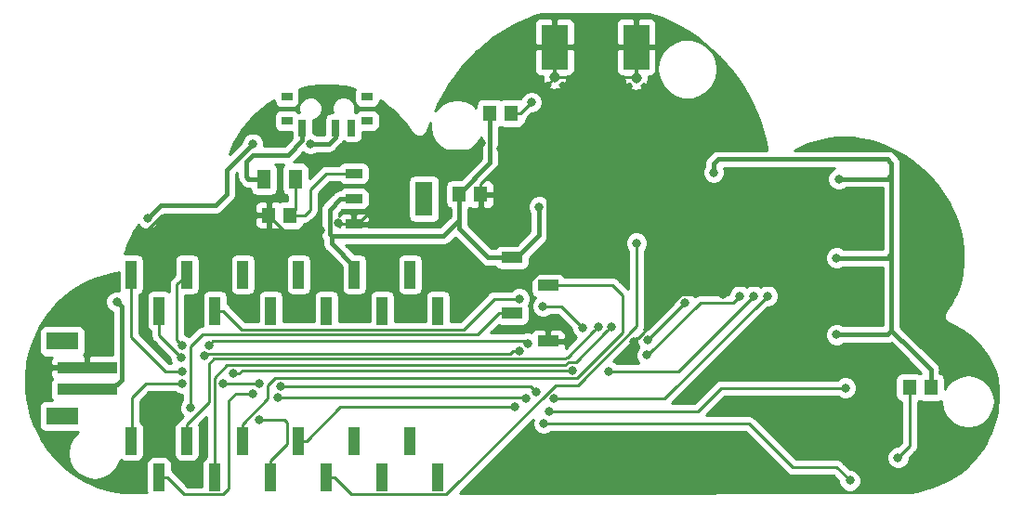
<source format=gbr>
G04 #@! TF.GenerationSoftware,KiCad,Pcbnew,5.0.2-bee76a0~70~ubuntu18.04.1*
G04 #@! TF.CreationDate,2019-01-13T17:19:06+01:00*
G04 #@! TF.ProjectId,lora_node_rfm95_minipro,6c6f7261-5f6e-46f6-9465-5f72666d3935,rev?*
G04 #@! TF.SameCoordinates,Original*
G04 #@! TF.FileFunction,Copper,L2,Bot*
G04 #@! TF.FilePolarity,Positive*
%FSLAX46Y46*%
G04 Gerber Fmt 4.6, Leading zero omitted, Abs format (unit mm)*
G04 Created by KiCad (PCBNEW 5.0.2-bee76a0~70~ubuntu18.04.1) date dom 13 ene 2019 17:19:06 CET*
%MOMM*%
%LPD*%
G01*
G04 APERTURE LIST*
G04 #@! TA.AperFunction,SMDPad,CuDef*
%ADD10R,2.420000X4.080000*%
G04 #@! TD*
G04 #@! TA.AperFunction,ViaPad*
%ADD11C,0.970000*%
G04 #@! TD*
G04 #@! TA.AperFunction,Conductor*
%ADD12R,0.460000X0.950000*%
G04 #@! TD*
G04 #@! TA.AperFunction,SMDPad,CuDef*
%ADD13R,1.600200X0.838200*%
G04 #@! TD*
G04 #@! TA.AperFunction,SMDPad,CuDef*
%ADD14R,1.600200X3.098800*%
G04 #@! TD*
G04 #@! TA.AperFunction,SMDPad,CuDef*
%ADD15R,1.900000X1.000000*%
G04 #@! TD*
G04 #@! TA.AperFunction,SMDPad,CuDef*
%ADD16R,1.000000X2.510000*%
G04 #@! TD*
G04 #@! TA.AperFunction,SMDPad,CuDef*
%ADD17R,1.295000X1.400000*%
G04 #@! TD*
G04 #@! TA.AperFunction,SMDPad,CuDef*
%ADD18R,1.220000X1.800000*%
G04 #@! TD*
G04 #@! TA.AperFunction,SMDPad,CuDef*
%ADD19R,0.700000X1.500000*%
G04 #@! TD*
G04 #@! TA.AperFunction,SMDPad,CuDef*
%ADD20R,1.000000X0.800000*%
G04 #@! TD*
G04 #@! TA.AperFunction,SMDPad,CuDef*
%ADD21R,5.500000X1.000000*%
G04 #@! TD*
G04 #@! TA.AperFunction,SMDPad,CuDef*
%ADD22R,3.000000X1.600000*%
G04 #@! TD*
G04 #@! TA.AperFunction,ViaPad*
%ADD23C,0.800000*%
G04 #@! TD*
G04 #@! TA.AperFunction,Conductor*
%ADD24C,0.250000*%
G04 #@! TD*
G04 #@! TA.AperFunction,Conductor*
%ADD25C,0.400000*%
G04 #@! TD*
G04 #@! TA.AperFunction,Conductor*
%ADD26C,0.254000*%
G04 #@! TD*
G04 APERTURE END LIST*
D10*
G04 #@! TO.P,J2,2*
G04 #@! TO.N,GND*
X153142800Y-70792800D03*
X145702800Y-70772800D03*
D11*
G04 #@! TD*
G04 #@! TO.N,GND*
G04 #@! TO.C,J2*
X153142800Y-73642800D03*
G04 #@! TO.N,GND*
G04 #@! TO.C,J2*
X145712800Y-73552800D03*
D12*
X153142800Y-73192800D03*
X145712800Y-73102800D03*
G04 #@! TD*
D13*
G04 #@! TO.P,U2,1*
G04 #@! TO.N,GND*
X127399600Y-86911400D03*
G04 #@! TO.P,U2,2*
G04 #@! TO.N,+3\002C3V*
X127399600Y-84600000D03*
G04 #@! TO.P,U2,3*
G04 #@! TO.N,Net-(C1-Pad1)*
X127399600Y-82288600D03*
D14*
G04 #@! TO.P,U2,4*
G04 #@! TO.N,N/C*
X133800400Y-84600000D03*
G04 #@! TD*
D15*
G04 #@! TO.P,J3,3*
G04 #@! TO.N,TX_GPS*
X145109200Y-92506800D03*
G04 #@! TO.P,J3,1*
G04 #@! TO.N,GND*
X145109200Y-97586800D03*
G04 #@! TO.P,J3,4*
G04 #@! TO.N,+3\002C3V*
X141809200Y-89966800D03*
G04 #@! TO.P,J3,2*
G04 #@! TO.N,RX_GPS*
X141809200Y-95046800D03*
G04 #@! TD*
D16*
G04 #@! TO.P,IC1,24*
G04 #@! TO.N,Net-(IC1-Pad24)*
X107133441Y-91519098D03*
G04 #@! TO.P,IC1,22*
G04 #@! TO.N,D12*
X112213441Y-91519098D03*
G04 #@! TO.P,IC1,20*
G04 #@! TO.N,N/C*
X117293441Y-91519098D03*
G04 #@! TO.P,IC1,18*
X122373441Y-91519098D03*
G04 #@! TO.P,IC1,16*
G04 #@! TO.N,+3\002C3V*
X127453441Y-91519098D03*
G04 #@! TO.P,IC1,14*
G04 #@! TO.N,N/C*
X132533441Y-91519098D03*
G04 #@! TO.P,IC1,23*
G04 #@! TO.N,D11*
X109673441Y-94829098D03*
G04 #@! TO.P,IC1,21*
G04 #@! TO.N,D13*
X114753441Y-94829098D03*
G04 #@! TO.P,IC1,19*
G04 #@! TO.N,N/C*
X119833441Y-94829098D03*
G04 #@! TO.P,IC1,17*
X124913441Y-94829098D03*
G04 #@! TO.P,IC1,15*
X129993441Y-94829098D03*
G04 #@! TO.P,IC1,13*
X135073441Y-94829098D03*
G04 #@! TO.P,IC1,12*
X135046400Y-109995400D03*
G04 #@! TO.P,IC1,10*
X129966400Y-109995400D03*
G04 #@! TO.P,IC1,8*
G04 #@! TO.N,Net-(IC1-Pad8)*
X124886400Y-109995400D03*
G04 #@! TO.P,IC1,6*
G04 #@! TO.N,RX_GPS*
X119806400Y-109995400D03*
G04 #@! TO.P,IC1,4*
G04 #@! TO.N,Net-(IC1-Pad4)*
X114726400Y-109995400D03*
G04 #@! TO.P,IC1,2*
G04 #@! TO.N,NEOPIXELS*
X109646400Y-109995400D03*
G04 #@! TO.P,IC1,11*
G04 #@! TO.N,N/C*
X132506400Y-106685400D03*
G04 #@! TO.P,IC1,9*
X127426400Y-106685400D03*
G04 #@! TO.P,IC1,7*
G04 #@! TO.N,PUSHBUTTON*
X122346400Y-106685400D03*
G04 #@! TO.P,IC1,5*
G04 #@! TO.N,TX_GPS*
X117266400Y-106685400D03*
G04 #@! TO.P,IC1,3*
G04 #@! TO.N,Net-(IC1-Pad3)*
X112186400Y-106685400D03*
G04 #@! TO.P,IC1,1*
G04 #@! TO.N,Net-(IC1-Pad1)*
X107106400Y-106685400D03*
G04 #@! TD*
D17*
G04 #@! TO.P,C1,1*
G04 #@! TO.N,Net-(C1-Pad1)*
X121617500Y-86106000D03*
G04 #@! TO.P,C1,2*
G04 #@! TO.N,GND*
X119682500Y-86106000D03*
G04 #@! TD*
G04 #@! TO.P,C3,1*
G04 #@! TO.N,+3\002C3V*
X137032500Y-84200000D03*
G04 #@! TO.P,C3,2*
G04 #@! TO.N,GND*
X138967500Y-84200000D03*
G04 #@! TD*
D18*
G04 #@! TO.P,D1,1*
G04 #@! TO.N,Net-(C1-Pad1)*
X122080000Y-82804000D03*
G04 #@! TO.P,D1,2*
G04 #@! TO.N,VBAT_SW*
X119220000Y-82804000D03*
G04 #@! TD*
D19*
G04 #@! TO.P,SW1,1*
G04 #@! TO.N,VBAT_SW*
X122718000Y-78138000D03*
G04 #@! TO.P,SW1,2*
G04 #@! TO.N,VBAT*
X125718000Y-78138000D03*
G04 #@! TO.P,SW1,3*
G04 #@! TO.N,N/C*
X127218000Y-78138000D03*
D20*
G04 #@! TO.P,SW1,*
G04 #@! TO.N,*
X121318000Y-75278000D03*
X128618000Y-75278000D03*
X128618000Y-77488000D03*
X121318000Y-77488000D03*
G04 #@! TD*
D21*
G04 #@! TO.P,J1,1*
G04 #@! TO.N,GND*
X103100000Y-100000000D03*
G04 #@! TO.P,J1,2*
G04 #@! TO.N,VBAT*
X103100000Y-102000000D03*
D22*
G04 #@! TO.P,J1,MP*
G04 #@! TO.N,N/C*
X100850000Y-97600000D03*
X100850000Y-104400000D03*
G04 #@! TD*
D17*
G04 #@! TO.P,R1,2*
G04 #@! TO.N,PUSHBUTTON*
X178032500Y-101800000D03*
G04 #@! TO.P,R1,1*
G04 #@! TO.N,+3\002C3V*
X179967500Y-101800000D03*
G04 #@! TD*
G04 #@! TO.P,R2,1*
G04 #@! TO.N,+3\002C3V*
X139832500Y-76800000D03*
G04 #@! TO.P,R2,2*
G04 #@! TO.N,Net-(D2-Pad2)*
X141767500Y-76800000D03*
G04 #@! TD*
D23*
G04 #@! TO.N,Net-(IC1-Pad1)*
X165100000Y-93472000D03*
X118800000Y-101454001D03*
X115451410Y-101454001D03*
X120702659Y-101725010D03*
X145616235Y-102851307D03*
X144008328Y-102211247D03*
X111796990Y-101454001D03*
G04 #@! TO.N,Net-(IC1-Pad3)*
X149697369Y-96272656D03*
G04 #@! TO.N,Net-(IC1-Pad4)*
X150876000Y-96266000D03*
G04 #@! TO.N,Net-(IC1-Pad8)*
X153162000Y-88646000D03*
G04 #@! TO.N,Net-(IC1-Pad24)*
X163830000Y-93472000D03*
X116400000Y-100525010D03*
X147300000Y-100249989D03*
X150622000Y-100330008D03*
X111796990Y-100330008D03*
G04 #@! TO.N,GND*
X154686000Y-94234000D03*
X161061931Y-93352499D03*
X171704000Y-92456000D03*
X146807347Y-97630979D03*
X154686000Y-82042000D03*
X104400000Y-93200000D03*
X107400000Y-89200000D03*
X177800000Y-81400000D03*
X152951170Y-97674149D03*
X140800000Y-80000000D03*
X124400000Y-87500000D03*
X126000012Y-86794675D03*
X139032490Y-79500004D03*
G04 #@! TO.N,+3\002C3V*
X144297800Y-85344000D03*
X171400000Y-97000000D03*
X160200000Y-82200000D03*
X171600000Y-82800000D03*
X171400000Y-90000000D03*
G04 #@! TO.N,RX_GPS*
X118800000Y-104800000D03*
X112522000Y-103670290D03*
G04 #@! TO.N,D13*
X142494000Y-93726000D03*
X144649372Y-94400000D03*
X148300006Y-96400006D03*
G04 #@! TO.N,D12*
X143256000Y-97790012D03*
X154198321Y-97500000D03*
X157598321Y-94100000D03*
X114200000Y-97999990D03*
X111800000Y-97999996D03*
G04 #@! TO.N,D11*
X162560000Y-93472000D03*
X142494000Y-98474990D03*
X154100000Y-98874989D03*
X111700000Y-99099996D03*
X113830351Y-98929184D03*
G04 #@! TO.N,VBAT*
X105800000Y-94000000D03*
X108600000Y-86400000D03*
X123453002Y-79603868D03*
X118200000Y-79600909D03*
G04 #@! TO.N,NEOPIXELS*
X172212000Y-101854000D03*
X120453870Y-102693580D03*
X145200000Y-104000006D03*
X143100010Y-102800000D03*
X118200000Y-102399998D03*
G04 #@! TO.N,PUSHBUTTON*
X177000000Y-108200000D03*
X172600000Y-110300000D03*
X142100000Y-103600002D03*
X144700000Y-105100000D03*
G04 #@! TO.N,Net-(D2-Pad2)*
X143600000Y-75800000D03*
G04 #@! TD*
D24*
G04 #@! TO.N,Net-(IC1-Pad1)*
X118234315Y-101454001D02*
X115451410Y-101454001D01*
X118800000Y-101454001D02*
X118234315Y-101454001D01*
X165100000Y-93472000D02*
X155720693Y-102851307D01*
X155720693Y-102851307D02*
X146181920Y-102851307D01*
X146181920Y-102851307D02*
X145616235Y-102851307D01*
X120702659Y-101725010D02*
X143522091Y-101725010D01*
X143522091Y-101725010D02*
X143608329Y-101811248D01*
X143608329Y-101811248D02*
X144008328Y-102211247D01*
X107106400Y-106685400D02*
X107188000Y-106603800D01*
X107188000Y-106603800D02*
X107188000Y-102712000D01*
X107188000Y-102712000D02*
X108445999Y-101454001D01*
X108445999Y-101454001D02*
X111796990Y-101454001D01*
G04 #@! TO.N,Net-(IC1-Pad3)*
X146790585Y-99049989D02*
X146920036Y-99049989D01*
X112186400Y-105180400D02*
X114180013Y-103186787D01*
X114180013Y-99650012D02*
X114630025Y-99200000D01*
X146920036Y-99049989D02*
X149297370Y-96672655D01*
X112186400Y-106685400D02*
X112186400Y-105180400D01*
X114630025Y-99200000D02*
X146640574Y-99200000D01*
X146640574Y-99200000D02*
X146790585Y-99049989D01*
X114180013Y-103186787D02*
X114180013Y-99650012D01*
X149297370Y-96672655D02*
X149697369Y-96272656D01*
G04 #@! TO.N,Net-(IC1-Pad4)*
X146976985Y-99500000D02*
X147642000Y-99500000D01*
X146677007Y-99799978D02*
X146976985Y-99500000D01*
X150476001Y-96665999D02*
X150876000Y-96266000D01*
X115846022Y-99799978D02*
X146677007Y-99799978D01*
X114726400Y-100919600D02*
X115846022Y-99799978D01*
X147642000Y-99500000D02*
X150476001Y-96665999D01*
X114726400Y-109995400D02*
X114726400Y-100919600D01*
G04 #@! TO.N,Net-(IC1-Pad8)*
X147800000Y-101600000D02*
X153162000Y-96238000D01*
X145781802Y-101600000D02*
X147800000Y-101600000D01*
X127216401Y-111575401D02*
X135806401Y-111575401D01*
X153162000Y-89211685D02*
X153162000Y-88646000D01*
X125636400Y-109995400D02*
X127216401Y-111575401D01*
X124886400Y-109995400D02*
X125636400Y-109995400D01*
X135806401Y-111575401D02*
X145781802Y-101600000D01*
X153162000Y-96238000D02*
X153162000Y-89211685D01*
G04 #@! TO.N,Net-(IC1-Pad24)*
X146734315Y-100249989D02*
X147300000Y-100249989D01*
X117240706Y-100249989D02*
X146734315Y-100249989D01*
X116400000Y-100525010D02*
X116965685Y-100525010D01*
X116965685Y-100525010D02*
X117240706Y-100249989D01*
X163830000Y-93472000D02*
X156971992Y-100330008D01*
X156971992Y-100330008D02*
X151187685Y-100330008D01*
X151187685Y-100330008D02*
X150622000Y-100330008D01*
X110230008Y-100330008D02*
X111796990Y-100330008D01*
X109728000Y-99828000D02*
X110230008Y-100330008D01*
X107133441Y-91519098D02*
X107133441Y-97227439D01*
X107133441Y-97227439D02*
X109728000Y-99821998D01*
X109728000Y-99821998D02*
X109728000Y-99828000D01*
G04 #@! TO.N,Net-(C1-Pad1)*
X122080000Y-82804000D02*
X122080000Y-83094000D01*
X122080000Y-85643500D02*
X121617500Y-86106000D01*
X122080000Y-82804000D02*
X122080000Y-85643500D01*
X124911400Y-82288600D02*
X126349500Y-82288600D01*
X126349500Y-82288600D02*
X127399600Y-82288600D01*
X123444000Y-83756000D02*
X124911400Y-82288600D01*
X123444000Y-85598000D02*
X123444000Y-83756000D01*
X121617500Y-86106000D02*
X122936000Y-86106000D01*
X122936000Y-86106000D02*
X123444000Y-85598000D01*
G04 #@! TO.N,GND*
X127713500Y-87122000D02*
X127713500Y-87069500D01*
X127713500Y-87069500D02*
X127762000Y-87021000D01*
X162502998Y-92456000D02*
X171704000Y-92456000D01*
X161061931Y-93352499D02*
X161958430Y-92456000D01*
X161958430Y-92456000D02*
X162502998Y-92456000D01*
X145109200Y-97586800D02*
X146763168Y-97586800D01*
X146763168Y-97586800D02*
X146807347Y-97630979D01*
X119682500Y-86106000D02*
X117094000Y-86106000D01*
X145022800Y-90558198D02*
X145022800Y-74242800D01*
X143510000Y-92070998D02*
X145022800Y-90558198D01*
X145022800Y-74242800D02*
X145712800Y-73552800D01*
X145109200Y-97586800D02*
X145109200Y-96836800D01*
X143510000Y-95237600D02*
X143510000Y-92070998D01*
X145109200Y-96836800D02*
X143510000Y-95237600D01*
X153052800Y-73552800D02*
X153142800Y-73642800D01*
X145712800Y-73552800D02*
X153052800Y-73552800D01*
X103100000Y-100000000D02*
X103100000Y-94500000D01*
X103100000Y-94500000D02*
X104400000Y-93200000D01*
X107400000Y-88634315D02*
X109928315Y-86106000D01*
X118785000Y-86106000D02*
X119682500Y-86106000D01*
X109928315Y-86106000D02*
X118785000Y-86106000D01*
X107400000Y-89200000D02*
X107400000Y-88634315D01*
X161061931Y-93352499D02*
X157272820Y-93352499D01*
X153351169Y-97274150D02*
X152951170Y-97674149D01*
X157272820Y-93352499D02*
X153351169Y-97274150D01*
X138967500Y-84200000D02*
X138967500Y-83250000D01*
X138967500Y-83250000D02*
X140800000Y-81417500D01*
X140800000Y-80565685D02*
X140800000Y-80000000D01*
X140800000Y-81417500D02*
X140800000Y-80565685D01*
X121024000Y-87500000D02*
X123834315Y-87500000D01*
X123834315Y-87500000D02*
X124400000Y-87500000D01*
X119682500Y-86106000D02*
X119682500Y-86158500D01*
X119682500Y-86158500D02*
X121024000Y-87500000D01*
X126116737Y-86911400D02*
X126000012Y-86794675D01*
X127399600Y-86911400D02*
X126116737Y-86911400D01*
X138332498Y-80199996D02*
X138632491Y-79900003D01*
X138632491Y-79900003D02*
X139032490Y-79500004D01*
X134492004Y-80199996D02*
X138332498Y-80199996D01*
X127780600Y-86911400D02*
X134492004Y-80199996D01*
X127399600Y-86911400D02*
X127780600Y-86911400D01*
D25*
G04 #@! TO.N,+3\002C3V*
X125400000Y-88000000D02*
X135600000Y-88000000D01*
X137032500Y-86567500D02*
X137032500Y-84200000D01*
X135600000Y-88000000D02*
X137032500Y-86567500D01*
X142259200Y-89966800D02*
X141809200Y-89966800D01*
X144297800Y-87928200D02*
X142259200Y-89966800D01*
X144297800Y-85344000D02*
X144297800Y-87928200D01*
X139639198Y-89966800D02*
X141809200Y-89966800D01*
X137032500Y-86567500D02*
X137032500Y-87360102D01*
X137032500Y-87360102D02*
X139639198Y-89966800D01*
X171400000Y-97000000D02*
X176000000Y-97000000D01*
X176000000Y-97000000D02*
X176400000Y-96600000D01*
X160200000Y-82200000D02*
X160200000Y-81400000D01*
X160200000Y-81400000D02*
X160600000Y-81000000D01*
X160600000Y-81000000D02*
X176000000Y-81000000D01*
X176000000Y-81000000D02*
X176400000Y-81400000D01*
X176400000Y-81400000D02*
X176400000Y-82200000D01*
X176000000Y-82800000D02*
X176400000Y-82400000D01*
X171600000Y-82800000D02*
X176000000Y-82800000D01*
X176400000Y-82200000D02*
X176400000Y-82400000D01*
X176400000Y-82400000D02*
X176400000Y-83400000D01*
X176000000Y-90000000D02*
X176400000Y-89600000D01*
X171400000Y-90000000D02*
X176000000Y-90000000D01*
X176400000Y-83400000D02*
X176400000Y-89600000D01*
X176400000Y-89600000D02*
X176400000Y-96600000D01*
X125400000Y-88565685D02*
X125400000Y-88000000D01*
X127453441Y-90764098D02*
X125400000Y-88710657D01*
X125400000Y-88710657D02*
X125400000Y-88565685D01*
X127453441Y-91519098D02*
X127453441Y-90764098D01*
X137032500Y-84200000D02*
X136800000Y-84200000D01*
X125200002Y-87800002D02*
X125400000Y-88000000D01*
X126199500Y-84600000D02*
X125200002Y-85599498D01*
X127399600Y-84600000D02*
X126199500Y-84600000D01*
X125200002Y-85599498D02*
X125200002Y-87800002D01*
X139832500Y-81347500D02*
X139832500Y-77900000D01*
X137032500Y-84147500D02*
X139832500Y-81347500D01*
X137032500Y-84200000D02*
X137032500Y-84147500D01*
X139832500Y-77900000D02*
X139832500Y-76800000D01*
X176400000Y-96600000D02*
X178300000Y-98500000D01*
X179967500Y-100167500D02*
X178300000Y-98500000D01*
X179967500Y-101800000D02*
X179967500Y-100167500D01*
G04 #@! TO.N,VBAT_SW*
X122718000Y-79288000D02*
X121406000Y-80600000D01*
X122718000Y-78138000D02*
X122718000Y-79288000D01*
X121406000Y-80600000D02*
X118200000Y-80600000D01*
X118200000Y-80600000D02*
X117600000Y-81200000D01*
X117600000Y-81200000D02*
X117600000Y-82600000D01*
X117804000Y-82804000D02*
X119220000Y-82804000D01*
X117600000Y-82600000D02*
X117804000Y-82804000D01*
D24*
G04 #@! TO.N,TX_GPS*
X119597001Y-102849799D02*
X117266400Y-105180400D01*
X119597001Y-101636999D02*
X119597001Y-102849799D01*
X117266400Y-105180400D02*
X117266400Y-106685400D01*
X151006800Y-92506800D02*
X151892000Y-93392000D01*
X145109200Y-92506800D02*
X151006800Y-92506800D01*
X151892000Y-96806014D02*
X147723015Y-100974999D01*
X151892000Y-93392000D02*
X151892000Y-96806014D01*
X147723015Y-100974999D02*
X120259001Y-100974999D01*
X120259001Y-100974999D02*
X119597001Y-101636999D01*
G04 #@! TO.N,RX_GPS*
X119806400Y-108490400D02*
X121303999Y-106992801D01*
X119806400Y-109995400D02*
X119806400Y-108490400D01*
X121303999Y-105047999D02*
X121303999Y-106400000D01*
X121303999Y-106992801D02*
X121303999Y-106400000D01*
X121056000Y-104800000D02*
X121303999Y-105047999D01*
X118800000Y-104800000D02*
X121056000Y-104800000D01*
X112522000Y-98082718D02*
X112522000Y-103104605D01*
X140609200Y-95046800D02*
X138672226Y-96983774D01*
X141809200Y-95046800D02*
X140609200Y-95046800D01*
X112522000Y-103104605D02*
X112522000Y-103670290D01*
X113620944Y-96983774D02*
X112522000Y-98082718D01*
X138672226Y-96983774D02*
X113620944Y-96983774D01*
G04 #@! TO.N,D13*
X115503441Y-94829098D02*
X117194343Y-96520000D01*
X141928315Y-93726000D02*
X142494000Y-93726000D01*
X114753441Y-94829098D02*
X115503441Y-94829098D01*
X117194343Y-96520000D02*
X137414000Y-96520000D01*
X137414000Y-96520000D02*
X140208000Y-93726000D01*
X140208000Y-93726000D02*
X141928315Y-93726000D01*
X147900007Y-96000007D02*
X148300006Y-96400006D01*
X146300000Y-94400000D02*
X147900007Y-96000007D01*
X144649372Y-94400000D02*
X146300000Y-94400000D01*
G04 #@! TO.N,D12*
X154198321Y-97500000D02*
X157598321Y-94100000D01*
X143255988Y-97790000D02*
X143065979Y-97599991D01*
X114599999Y-97599991D02*
X114200000Y-97999990D01*
X143065979Y-97599991D02*
X114599999Y-97599991D01*
X111300000Y-97499996D02*
X111800000Y-97999996D01*
X112213441Y-91519098D02*
X111300000Y-92432539D01*
X111300000Y-92432539D02*
X111300000Y-97499996D01*
G04 #@! TO.N,D11*
X161932000Y-94100000D02*
X162560000Y-93472000D01*
X159000000Y-94100000D02*
X161932000Y-94100000D01*
X154100000Y-98874989D02*
X154225011Y-98874989D01*
X154225011Y-98874989D02*
X159000000Y-94100000D01*
X111300001Y-98699997D02*
X111700000Y-99099996D01*
X109673441Y-97073437D02*
X111300001Y-98699997D01*
X109673441Y-94829098D02*
X109673441Y-97073437D01*
X114034526Y-98725009D02*
X113830351Y-98929184D01*
X141928315Y-98474990D02*
X141678296Y-98725009D01*
X142494000Y-98474990D02*
X141928315Y-98474990D01*
X141678296Y-98725009D02*
X114034526Y-98725009D01*
D25*
G04 #@! TO.N,VBAT*
X106250001Y-94450001D02*
X105800000Y-94000000D01*
X106250000Y-101100000D02*
X106250001Y-94450001D01*
X103100000Y-102000000D02*
X105350000Y-102000000D01*
X105350000Y-102000000D02*
X106250000Y-101100000D01*
X123453002Y-79603868D02*
X125114132Y-79603868D01*
X125114132Y-79603868D02*
X125718000Y-79000000D01*
X125718000Y-79000000D02*
X125718000Y-78138000D01*
X108600000Y-86400000D02*
X109800000Y-85200000D01*
X109800000Y-85200000D02*
X114800000Y-85200000D01*
X114800000Y-85200000D02*
X115800000Y-84200000D01*
X117164473Y-80636436D02*
X118200000Y-79600909D01*
X115800000Y-82000909D02*
X117164473Y-80636436D01*
X115800000Y-84200000D02*
X115800000Y-82000909D01*
D24*
G04 #@! TO.N,NEOPIXELS*
X116638000Y-102362000D02*
X118000000Y-102362000D01*
X116000000Y-103000000D02*
X116638000Y-102362000D01*
X116000000Y-111061802D02*
X116000000Y-103000000D01*
X109646400Y-109995400D02*
X110396400Y-109995400D01*
X117856000Y-102362000D02*
X118000000Y-102362000D01*
X110396400Y-109995400D02*
X111976401Y-111575401D01*
X111976401Y-111575401D02*
X115486401Y-111575401D01*
X115486401Y-111575401D02*
X116000000Y-111061802D01*
X120453870Y-102693580D02*
X142993590Y-102693580D01*
X142993590Y-102693580D02*
X143100010Y-102800000D01*
X145765685Y-104000006D02*
X145200000Y-104000006D01*
X158763584Y-104000006D02*
X145765685Y-104000006D01*
X160909590Y-101854000D02*
X158763584Y-104000006D01*
X172212000Y-101854000D02*
X160909590Y-101854000D01*
X118000000Y-102362000D02*
X118162002Y-102362000D01*
X118162002Y-102362000D02*
X118200000Y-102399998D01*
G04 #@! TO.N,PUSHBUTTON*
X126181798Y-103600002D02*
X141534315Y-103600002D01*
X141534315Y-103600002D02*
X142100000Y-103600002D01*
X123096400Y-106685400D02*
X126181798Y-103600002D01*
X122346400Y-106685400D02*
X123096400Y-106685400D01*
X167400000Y-109100000D02*
X163400000Y-105100000D01*
X172600000Y-110300000D02*
X171400000Y-109100000D01*
X163400000Y-105100000D02*
X144700000Y-105100000D01*
X171400000Y-109100000D02*
X167400000Y-109100000D01*
X178032500Y-107167500D02*
X178032500Y-101800000D01*
X177000000Y-108200000D02*
X178032500Y-107167500D01*
G04 #@! TO.N,Net-(D2-Pad2)*
X141767500Y-76800000D02*
X142600000Y-76800000D01*
X142600000Y-76800000D02*
X143600000Y-75800000D01*
G04 #@! TD*
D26*
G04 #@! TO.N,GND*
G36*
X154637487Y-67810923D02*
X155445544Y-68128139D01*
X156301261Y-68516826D01*
X157117400Y-68940444D01*
X157901199Y-69405881D01*
X158652918Y-69912243D01*
X159371263Y-70457826D01*
X160054886Y-71040924D01*
X160702442Y-71659792D01*
X161312585Y-72312737D01*
X161884009Y-72998051D01*
X162415312Y-73713946D01*
X162905182Y-74458754D01*
X163352266Y-75230714D01*
X163755234Y-76028147D01*
X164112771Y-76849341D01*
X164423511Y-77692571D01*
X164686156Y-78556203D01*
X164902128Y-79450022D01*
X165036784Y-80079406D01*
X165039717Y-80109664D01*
X165051891Y-80150019D01*
X165055096Y-80165000D01*
X160682232Y-80165000D01*
X160599999Y-80148643D01*
X160517766Y-80165000D01*
X160517763Y-80165000D01*
X160274199Y-80213448D01*
X159997999Y-80397999D01*
X159951414Y-80467718D01*
X159667718Y-80751415D01*
X159598000Y-80797999D01*
X159551417Y-80867716D01*
X159551416Y-80867717D01*
X159413448Y-81074200D01*
X159389093Y-81196640D01*
X159365000Y-81317763D01*
X159365000Y-81317767D01*
X159348643Y-81400000D01*
X159365000Y-81482233D01*
X159365000Y-81571289D01*
X159322569Y-81613720D01*
X159165000Y-81994126D01*
X159165000Y-82405874D01*
X159322569Y-82786280D01*
X159613720Y-83077431D01*
X159994126Y-83235000D01*
X160405874Y-83235000D01*
X160786280Y-83077431D01*
X161077431Y-82786280D01*
X161235000Y-82405874D01*
X161235000Y-81994126D01*
X161169088Y-81835000D01*
X171225131Y-81835000D01*
X171013720Y-81922569D01*
X170722569Y-82213720D01*
X170565000Y-82594126D01*
X170565000Y-83005874D01*
X170722569Y-83386280D01*
X171013720Y-83677431D01*
X171394126Y-83835000D01*
X171805874Y-83835000D01*
X172186280Y-83677431D01*
X172228711Y-83635000D01*
X175565000Y-83635000D01*
X175565001Y-89165000D01*
X172028711Y-89165000D01*
X171986280Y-89122569D01*
X171605874Y-88965000D01*
X171194126Y-88965000D01*
X170813720Y-89122569D01*
X170522569Y-89413720D01*
X170365000Y-89794126D01*
X170365000Y-90205874D01*
X170522569Y-90586280D01*
X170813720Y-90877431D01*
X171194126Y-91035000D01*
X171605874Y-91035000D01*
X171986280Y-90877431D01*
X172028711Y-90835000D01*
X175565000Y-90835000D01*
X175565001Y-96165000D01*
X172028711Y-96165000D01*
X171986280Y-96122569D01*
X171605874Y-95965000D01*
X171194126Y-95965000D01*
X170813720Y-96122569D01*
X170522569Y-96413720D01*
X170365000Y-96794126D01*
X170365000Y-97205874D01*
X170522569Y-97586280D01*
X170813720Y-97877431D01*
X171194126Y-98035000D01*
X171605874Y-98035000D01*
X171986280Y-97877431D01*
X172028711Y-97835000D01*
X175917767Y-97835000D01*
X176000000Y-97851357D01*
X176082233Y-97835000D01*
X176082237Y-97835000D01*
X176325801Y-97786552D01*
X176373688Y-97754555D01*
X177767716Y-99148584D01*
X177767719Y-99148586D01*
X179112889Y-100493757D01*
X179072235Y-100501843D01*
X179000000Y-100550109D01*
X178927765Y-100501843D01*
X178680000Y-100452560D01*
X177385000Y-100452560D01*
X177137235Y-100501843D01*
X176927191Y-100642191D01*
X176786843Y-100852235D01*
X176737560Y-101100000D01*
X176737560Y-102500000D01*
X176786843Y-102747765D01*
X176927191Y-102957809D01*
X177137235Y-103098157D01*
X177272501Y-103125063D01*
X177272500Y-106852698D01*
X176960199Y-107165000D01*
X176794126Y-107165000D01*
X176413720Y-107322569D01*
X176122569Y-107613720D01*
X175965000Y-107994126D01*
X175965000Y-108405874D01*
X176122569Y-108786280D01*
X176413720Y-109077431D01*
X176794126Y-109235000D01*
X177205874Y-109235000D01*
X177586280Y-109077431D01*
X177877431Y-108786280D01*
X178035000Y-108405874D01*
X178035000Y-108239801D01*
X178516973Y-107757829D01*
X178580429Y-107715429D01*
X178748404Y-107464037D01*
X178792500Y-107242352D01*
X178792500Y-107242348D01*
X178807388Y-107167500D01*
X178792500Y-107092652D01*
X178792500Y-103125063D01*
X178927765Y-103098157D01*
X179000000Y-103049891D01*
X179072235Y-103098157D01*
X179320000Y-103147440D01*
X180615000Y-103147440D01*
X180862765Y-103098157D01*
X180941639Y-103045455D01*
X180933000Y-103100000D01*
X181053156Y-103858637D01*
X181401863Y-104543013D01*
X181944987Y-105086137D01*
X182629363Y-105434844D01*
X183388000Y-105555000D01*
X184146637Y-105434844D01*
X184831013Y-105086137D01*
X185374137Y-104543013D01*
X185722844Y-103858637D01*
X185843000Y-103100000D01*
X185722844Y-102341363D01*
X185374137Y-101656987D01*
X184831013Y-101113863D01*
X184146637Y-100765156D01*
X183388000Y-100645000D01*
X182629363Y-100765156D01*
X181944987Y-101113863D01*
X181401863Y-101656987D01*
X181262440Y-101930620D01*
X181262440Y-101100000D01*
X181213157Y-100852235D01*
X181072809Y-100642191D01*
X180862765Y-100501843D01*
X180802500Y-100489856D01*
X180802500Y-100249732D01*
X180818857Y-100167499D01*
X180802500Y-100085266D01*
X180802500Y-100085263D01*
X180754052Y-99841699D01*
X180569501Y-99565499D01*
X180499783Y-99518915D01*
X178948586Y-97967719D01*
X178948584Y-97967716D01*
X177235000Y-96254133D01*
X177235000Y-89682234D01*
X177251357Y-89600001D01*
X177235000Y-89517768D01*
X177235000Y-82482234D01*
X177251357Y-82400001D01*
X177235000Y-82317768D01*
X177235000Y-81482232D01*
X177251357Y-81399999D01*
X177235000Y-81317764D01*
X177235000Y-81317763D01*
X177186552Y-81074199D01*
X177002001Y-80797999D01*
X176932283Y-80751415D01*
X176648587Y-80467720D01*
X176602001Y-80397999D01*
X176325801Y-80213448D01*
X176082237Y-80165000D01*
X176082233Y-80165000D01*
X176000000Y-80148643D01*
X175917767Y-80165000D01*
X167593476Y-80165000D01*
X168084919Y-79911150D01*
X168736600Y-79635151D01*
X169402811Y-79410871D01*
X170081112Y-79238232D01*
X170769076Y-79117185D01*
X171464242Y-79047715D01*
X172164072Y-79029840D01*
X172866119Y-79063608D01*
X173567782Y-79149066D01*
X174266524Y-79286273D01*
X174959819Y-79475333D01*
X175645086Y-79716325D01*
X176319727Y-80009354D01*
X176981212Y-80354562D01*
X177630793Y-80754462D01*
X178207729Y-81157743D01*
X178754118Y-81579717D01*
X179266263Y-82017448D01*
X179744289Y-82470691D01*
X180188382Y-82939252D01*
X180598785Y-83423054D01*
X180975690Y-83921944D01*
X181319320Y-84436010D01*
X181629852Y-84965205D01*
X181907432Y-85509745D01*
X182152166Y-86069798D01*
X182364105Y-86645557D01*
X182543202Y-87237240D01*
X182689366Y-87845071D01*
X182802404Y-88469209D01*
X182881511Y-89105186D01*
X182923834Y-89843566D01*
X182907416Y-90562088D01*
X182833912Y-91261213D01*
X182704557Y-91937143D01*
X182520753Y-92586214D01*
X182280815Y-93212882D01*
X182146473Y-93502075D01*
X181995787Y-93790069D01*
X181832525Y-94068757D01*
X181647964Y-94351322D01*
X181420004Y-94696285D01*
X181398516Y-94722382D01*
X181380194Y-94756527D01*
X181358829Y-94788858D01*
X181346051Y-94820158D01*
X181303051Y-94900293D01*
X181250833Y-94967940D01*
X181215613Y-95097883D01*
X181176319Y-95226673D01*
X181177474Y-95238596D01*
X181174340Y-95250159D01*
X181191530Y-95383704D01*
X181204510Y-95517710D01*
X181210140Y-95528283D01*
X181211669Y-95540165D01*
X181278652Y-95656959D01*
X181341931Y-95775806D01*
X181351180Y-95783421D01*
X181357139Y-95793812D01*
X181463720Y-95876084D01*
X181567661Y-95961667D01*
X181649398Y-95986605D01*
X182270553Y-96295155D01*
X182587806Y-96462422D01*
X182888716Y-96644398D01*
X183184082Y-96846389D01*
X183472463Y-97067245D01*
X183752548Y-97305724D01*
X184022910Y-97560419D01*
X184282240Y-97830018D01*
X184529267Y-98113089D01*
X184762672Y-98408105D01*
X184981264Y-98713663D01*
X185183893Y-99028252D01*
X185369398Y-99350247D01*
X185536699Y-99678144D01*
X185684767Y-100010321D01*
X185812663Y-100345238D01*
X185917008Y-100673438D01*
X185981941Y-100956378D01*
X186035600Y-101312365D01*
X186075195Y-101725859D01*
X186098352Y-102173198D01*
X186103972Y-102632963D01*
X186091303Y-103084482D01*
X186060516Y-103506474D01*
X186012188Y-103880631D01*
X185909284Y-104410074D01*
X185776916Y-104929393D01*
X185616306Y-105435354D01*
X185428229Y-105927039D01*
X185213507Y-106403494D01*
X184972933Y-106863625D01*
X184707303Y-107306464D01*
X184417388Y-107731019D01*
X184103982Y-108136276D01*
X183767893Y-108521159D01*
X183409824Y-108884760D01*
X183030551Y-109226102D01*
X182630828Y-109544212D01*
X182211362Y-109838054D01*
X181772848Y-110106674D01*
X181314736Y-110349763D01*
X180706064Y-110628511D01*
X180101146Y-110861574D01*
X179459479Y-111063212D01*
X178732246Y-111248653D01*
X178079491Y-111399589D01*
X142416668Y-111408565D01*
X137048711Y-111407892D01*
X143737493Y-104719111D01*
X143665000Y-104894126D01*
X143665000Y-105305874D01*
X143822569Y-105686280D01*
X144113720Y-105977431D01*
X144494126Y-106135000D01*
X144905874Y-106135000D01*
X145286280Y-105977431D01*
X145403711Y-105860000D01*
X163085199Y-105860000D01*
X166809670Y-109584472D01*
X166852071Y-109647929D01*
X167103463Y-109815904D01*
X167325148Y-109860000D01*
X167325152Y-109860000D01*
X167399999Y-109874888D01*
X167474846Y-109860000D01*
X171085199Y-109860000D01*
X171565000Y-110339802D01*
X171565000Y-110505874D01*
X171722569Y-110886280D01*
X172013720Y-111177431D01*
X172394126Y-111335000D01*
X172805874Y-111335000D01*
X173186280Y-111177431D01*
X173477431Y-110886280D01*
X173635000Y-110505874D01*
X173635000Y-110094126D01*
X173477431Y-109713720D01*
X173186280Y-109422569D01*
X172805874Y-109265000D01*
X172639802Y-109265000D01*
X171990331Y-108615530D01*
X171947929Y-108552071D01*
X171696537Y-108384096D01*
X171474852Y-108340000D01*
X171474847Y-108340000D01*
X171400000Y-108325112D01*
X171325153Y-108340000D01*
X167714802Y-108340000D01*
X163990331Y-104615530D01*
X163947929Y-104552071D01*
X163696537Y-104384096D01*
X163474852Y-104340000D01*
X163474847Y-104340000D01*
X163400000Y-104325112D01*
X163325153Y-104340000D01*
X159498391Y-104340000D01*
X161224392Y-102614000D01*
X171508289Y-102614000D01*
X171625720Y-102731431D01*
X172006126Y-102889000D01*
X172417874Y-102889000D01*
X172798280Y-102731431D01*
X173089431Y-102440280D01*
X173247000Y-102059874D01*
X173247000Y-101648126D01*
X173089431Y-101267720D01*
X172798280Y-100976569D01*
X172417874Y-100819000D01*
X172006126Y-100819000D01*
X171625720Y-100976569D01*
X171508289Y-101094000D01*
X160984438Y-101094000D01*
X160909590Y-101079112D01*
X160834742Y-101094000D01*
X160834738Y-101094000D01*
X160666725Y-101127420D01*
X160613052Y-101138096D01*
X160481096Y-101226267D01*
X160361661Y-101306071D01*
X160319261Y-101369527D01*
X158448783Y-103240006D01*
X156406795Y-103240006D01*
X165139802Y-94507000D01*
X165305874Y-94507000D01*
X165686280Y-94349431D01*
X165977431Y-94058280D01*
X166135000Y-93677874D01*
X166135000Y-93266126D01*
X165977431Y-92885720D01*
X165686280Y-92594569D01*
X165305874Y-92437000D01*
X164894126Y-92437000D01*
X164513720Y-92594569D01*
X164465000Y-92643289D01*
X164416280Y-92594569D01*
X164035874Y-92437000D01*
X163624126Y-92437000D01*
X163243720Y-92594569D01*
X163195000Y-92643289D01*
X163146280Y-92594569D01*
X162765874Y-92437000D01*
X162354126Y-92437000D01*
X161973720Y-92594569D01*
X161682569Y-92885720D01*
X161525000Y-93266126D01*
X161525000Y-93340000D01*
X159074846Y-93340000D01*
X158999999Y-93325112D01*
X158925152Y-93340000D01*
X158925148Y-93340000D01*
X158703463Y-93384096D01*
X158483061Y-93531364D01*
X158475752Y-93513720D01*
X158184601Y-93222569D01*
X157804195Y-93065000D01*
X157392447Y-93065000D01*
X157012041Y-93222569D01*
X156720890Y-93513720D01*
X156563321Y-93894126D01*
X156563321Y-94060198D01*
X154158520Y-96465000D01*
X153992447Y-96465000D01*
X153882693Y-96510462D01*
X153922000Y-96312852D01*
X153922000Y-96312848D01*
X153936888Y-96238001D01*
X153922000Y-96163154D01*
X153922000Y-89349711D01*
X154039431Y-89232280D01*
X154197000Y-88851874D01*
X154197000Y-88440126D01*
X154039431Y-88059720D01*
X153748280Y-87768569D01*
X153367874Y-87611000D01*
X152956126Y-87611000D01*
X152575720Y-87768569D01*
X152284569Y-88059720D01*
X152127000Y-88440126D01*
X152127000Y-88851874D01*
X152284569Y-89232280D01*
X152402001Y-89349712D01*
X152402000Y-92818728D01*
X152376473Y-92801671D01*
X151597131Y-92022330D01*
X151554729Y-91958871D01*
X151303337Y-91790896D01*
X151081652Y-91746800D01*
X151081647Y-91746800D01*
X151006800Y-91731912D01*
X150931953Y-91746800D01*
X146649182Y-91746800D01*
X146517009Y-91548991D01*
X146306965Y-91408643D01*
X146059200Y-91359360D01*
X144159200Y-91359360D01*
X143911435Y-91408643D01*
X143701391Y-91548991D01*
X143561043Y-91759035D01*
X143511760Y-92006800D01*
X143511760Y-93006800D01*
X143561043Y-93254565D01*
X143701391Y-93464609D01*
X143911435Y-93604957D01*
X143969212Y-93616449D01*
X143771941Y-93813720D01*
X143614372Y-94194126D01*
X143614372Y-94605874D01*
X143771941Y-94986280D01*
X144063092Y-95277431D01*
X144443498Y-95435000D01*
X144855246Y-95435000D01*
X145235652Y-95277431D01*
X145353083Y-95160000D01*
X145985199Y-95160000D01*
X147265006Y-96439808D01*
X147265006Y-96605880D01*
X147422575Y-96986286D01*
X147665756Y-97229467D01*
X146694200Y-98201024D01*
X146694200Y-97872550D01*
X146535450Y-97713800D01*
X145236200Y-97713800D01*
X145236200Y-97733800D01*
X144982200Y-97733800D01*
X144982200Y-97713800D01*
X144962200Y-97713800D01*
X144962200Y-97459800D01*
X144982200Y-97459800D01*
X144982200Y-96610550D01*
X145236200Y-96610550D01*
X145236200Y-97459800D01*
X146535450Y-97459800D01*
X146694200Y-97301050D01*
X146694200Y-96960490D01*
X146597527Y-96727101D01*
X146418898Y-96548473D01*
X146185509Y-96451800D01*
X145394950Y-96451800D01*
X145236200Y-96610550D01*
X144982200Y-96610550D01*
X144823450Y-96451800D01*
X144032891Y-96451800D01*
X143799502Y-96548473D01*
X143620873Y-96727101D01*
X143587720Y-96807139D01*
X143461874Y-96755012D01*
X143050126Y-96755012D01*
X142844968Y-96839991D01*
X139890810Y-96839991D01*
X140596095Y-96134707D01*
X140611435Y-96144957D01*
X140859200Y-96194240D01*
X142759200Y-96194240D01*
X143006965Y-96144957D01*
X143217009Y-96004609D01*
X143357357Y-95794565D01*
X143406640Y-95546800D01*
X143406640Y-94546800D01*
X143361889Y-94321822D01*
X143371431Y-94312280D01*
X143529000Y-93931874D01*
X143529000Y-93520126D01*
X143371431Y-93139720D01*
X143080280Y-92848569D01*
X142699874Y-92691000D01*
X142288126Y-92691000D01*
X141907720Y-92848569D01*
X141790289Y-92966000D01*
X140282848Y-92966000D01*
X140208000Y-92951112D01*
X140133152Y-92966000D01*
X140133148Y-92966000D01*
X139966668Y-92999115D01*
X139911462Y-93010096D01*
X139800735Y-93084082D01*
X139660071Y-93178071D01*
X139617671Y-93241527D01*
X137099199Y-95760000D01*
X136220881Y-95760000D01*
X136220881Y-93574098D01*
X136171598Y-93326333D01*
X136031250Y-93116289D01*
X135821206Y-92975941D01*
X135573441Y-92926658D01*
X134573441Y-92926658D01*
X134325676Y-92975941D01*
X134115632Y-93116289D01*
X133975284Y-93326333D01*
X133926001Y-93574098D01*
X133926001Y-95760000D01*
X131140881Y-95760000D01*
X131140881Y-93574098D01*
X131091598Y-93326333D01*
X130951250Y-93116289D01*
X130741206Y-92975941D01*
X130493441Y-92926658D01*
X129493441Y-92926658D01*
X129245676Y-92975941D01*
X129035632Y-93116289D01*
X128895284Y-93326333D01*
X128846001Y-93574098D01*
X128846001Y-95760000D01*
X126060881Y-95760000D01*
X126060881Y-93574098D01*
X126011598Y-93326333D01*
X125871250Y-93116289D01*
X125661206Y-92975941D01*
X125413441Y-92926658D01*
X124413441Y-92926658D01*
X124165676Y-92975941D01*
X123955632Y-93116289D01*
X123815284Y-93326333D01*
X123766001Y-93574098D01*
X123766001Y-95760000D01*
X120980881Y-95760000D01*
X120980881Y-93574098D01*
X120931598Y-93326333D01*
X120791250Y-93116289D01*
X120581206Y-92975941D01*
X120333441Y-92926658D01*
X119333441Y-92926658D01*
X119085676Y-92975941D01*
X118875632Y-93116289D01*
X118735284Y-93326333D01*
X118686001Y-93574098D01*
X118686001Y-95760000D01*
X117509145Y-95760000D01*
X116093772Y-94344628D01*
X116051370Y-94281169D01*
X115900881Y-94180615D01*
X115900881Y-93574098D01*
X115851598Y-93326333D01*
X115711250Y-93116289D01*
X115501206Y-92975941D01*
X115253441Y-92926658D01*
X114253441Y-92926658D01*
X114005676Y-92975941D01*
X113795632Y-93116289D01*
X113655284Y-93326333D01*
X113606001Y-93574098D01*
X113606001Y-96084098D01*
X113631230Y-96210932D01*
X113620944Y-96208886D01*
X113546096Y-96223774D01*
X113546092Y-96223774D01*
X113324407Y-96267870D01*
X113073015Y-96435845D01*
X113030615Y-96499301D01*
X112396816Y-97133101D01*
X112386280Y-97122565D01*
X112060000Y-96987416D01*
X112060000Y-93421538D01*
X112713441Y-93421538D01*
X112961206Y-93372255D01*
X113171250Y-93231907D01*
X113311598Y-93021863D01*
X113360881Y-92774098D01*
X113360881Y-90264098D01*
X116146001Y-90264098D01*
X116146001Y-92774098D01*
X116195284Y-93021863D01*
X116335632Y-93231907D01*
X116545676Y-93372255D01*
X116793441Y-93421538D01*
X117793441Y-93421538D01*
X118041206Y-93372255D01*
X118251250Y-93231907D01*
X118391598Y-93021863D01*
X118440881Y-92774098D01*
X118440881Y-90264098D01*
X121226001Y-90264098D01*
X121226001Y-92774098D01*
X121275284Y-93021863D01*
X121415632Y-93231907D01*
X121625676Y-93372255D01*
X121873441Y-93421538D01*
X122873441Y-93421538D01*
X123121206Y-93372255D01*
X123331250Y-93231907D01*
X123471598Y-93021863D01*
X123520881Y-92774098D01*
X123520881Y-90264098D01*
X123471598Y-90016333D01*
X123331250Y-89806289D01*
X123121206Y-89665941D01*
X122873441Y-89616658D01*
X121873441Y-89616658D01*
X121625676Y-89665941D01*
X121415632Y-89806289D01*
X121275284Y-90016333D01*
X121226001Y-90264098D01*
X118440881Y-90264098D01*
X118391598Y-90016333D01*
X118251250Y-89806289D01*
X118041206Y-89665941D01*
X117793441Y-89616658D01*
X116793441Y-89616658D01*
X116545676Y-89665941D01*
X116335632Y-89806289D01*
X116195284Y-90016333D01*
X116146001Y-90264098D01*
X113360881Y-90264098D01*
X113311598Y-90016333D01*
X113171250Y-89806289D01*
X112961206Y-89665941D01*
X112713441Y-89616658D01*
X111713441Y-89616658D01*
X111465676Y-89665941D01*
X111255632Y-89806289D01*
X111115284Y-90016333D01*
X111066001Y-90264098D01*
X111066001Y-91591737D01*
X110815530Y-91842208D01*
X110752071Y-91884610D01*
X110584096Y-92136003D01*
X110540000Y-92357688D01*
X110540000Y-92357692D01*
X110525112Y-92432539D01*
X110540000Y-92507386D01*
X110540000Y-93055317D01*
X110421206Y-92975941D01*
X110173441Y-92926658D01*
X109173441Y-92926658D01*
X108925676Y-92975941D01*
X108715632Y-93116289D01*
X108575284Y-93326333D01*
X108526001Y-93574098D01*
X108526001Y-96084098D01*
X108575284Y-96331863D01*
X108715632Y-96541907D01*
X108913442Y-96674080D01*
X108913442Y-96998585D01*
X108898553Y-97073437D01*
X108957538Y-97369974D01*
X109076523Y-97548047D01*
X109125513Y-97621366D01*
X109188969Y-97663766D01*
X110665000Y-99139798D01*
X110665000Y-99305870D01*
X110774409Y-99570008D01*
X110544810Y-99570008D01*
X110330417Y-99355616D01*
X110275929Y-99274069D01*
X110212473Y-99231669D01*
X107893441Y-96912638D01*
X107893441Y-93364080D01*
X108091250Y-93231907D01*
X108231598Y-93021863D01*
X108280881Y-92774098D01*
X108280881Y-90264098D01*
X108231598Y-90016333D01*
X108091250Y-89806289D01*
X107881206Y-89665941D01*
X107633441Y-89616658D01*
X106633441Y-89616658D01*
X106513059Y-89640603D01*
X106564217Y-89463865D01*
X106774470Y-88858897D01*
X106992136Y-88336577D01*
X107176999Y-87963734D01*
X107381841Y-87592513D01*
X107602890Y-87230275D01*
X107748976Y-87012687D01*
X108013720Y-87277431D01*
X108394126Y-87435000D01*
X108805874Y-87435000D01*
X109186280Y-87277431D01*
X109477431Y-86986280D01*
X109635000Y-86605874D01*
X109635000Y-86545868D01*
X109789118Y-86391750D01*
X118400000Y-86391750D01*
X118400000Y-86932310D01*
X118496673Y-87165699D01*
X118675302Y-87344327D01*
X118908691Y-87441000D01*
X119396750Y-87441000D01*
X119555500Y-87282250D01*
X119555500Y-86233000D01*
X118558750Y-86233000D01*
X118400000Y-86391750D01*
X109789118Y-86391750D01*
X110145869Y-86035000D01*
X114717767Y-86035000D01*
X114800000Y-86051357D01*
X114882233Y-86035000D01*
X114882237Y-86035000D01*
X115125801Y-85986552D01*
X115402001Y-85802001D01*
X115448587Y-85732280D01*
X115901177Y-85279690D01*
X118400000Y-85279690D01*
X118400000Y-85820250D01*
X118558750Y-85979000D01*
X119555500Y-85979000D01*
X119555500Y-84929750D01*
X119396750Y-84771000D01*
X118908691Y-84771000D01*
X118675302Y-84867673D01*
X118496673Y-85046301D01*
X118400000Y-85279690D01*
X115901177Y-85279690D01*
X116332283Y-84848585D01*
X116402001Y-84802001D01*
X116586552Y-84525801D01*
X116635000Y-84282237D01*
X116635000Y-84282236D01*
X116651358Y-84200000D01*
X116635000Y-84117763D01*
X116635000Y-82346776D01*
X116765001Y-82216776D01*
X116765001Y-82517762D01*
X116748643Y-82600000D01*
X116813448Y-82925800D01*
X116897676Y-83051855D01*
X116998000Y-83202001D01*
X117067718Y-83248585D01*
X117155413Y-83336280D01*
X117201999Y-83406001D01*
X117478199Y-83590552D01*
X117721763Y-83639000D01*
X117804000Y-83655358D01*
X117886237Y-83639000D01*
X117962560Y-83639000D01*
X117962560Y-83704000D01*
X118011843Y-83951765D01*
X118152191Y-84161809D01*
X118362235Y-84302157D01*
X118610000Y-84351440D01*
X119830000Y-84351440D01*
X120077765Y-84302157D01*
X120287809Y-84161809D01*
X120428157Y-83951765D01*
X120477440Y-83704000D01*
X120477440Y-81904000D01*
X120428157Y-81656235D01*
X120287809Y-81446191D01*
X120271061Y-81435000D01*
X121028939Y-81435000D01*
X121012191Y-81446191D01*
X120871843Y-81656235D01*
X120822560Y-81904000D01*
X120822560Y-83704000D01*
X120871843Y-83951765D01*
X121012191Y-84161809D01*
X121222235Y-84302157D01*
X121320001Y-84321604D01*
X121320001Y-84758560D01*
X120970000Y-84758560D01*
X120722235Y-84807843D01*
X120654508Y-84853097D01*
X120456309Y-84771000D01*
X119968250Y-84771000D01*
X119809500Y-84929750D01*
X119809500Y-85979000D01*
X119829500Y-85979000D01*
X119829500Y-86233000D01*
X119809500Y-86233000D01*
X119809500Y-87282250D01*
X119968250Y-87441000D01*
X120456309Y-87441000D01*
X120654508Y-87358903D01*
X120722235Y-87404157D01*
X120970000Y-87453440D01*
X122265000Y-87453440D01*
X122512765Y-87404157D01*
X122722809Y-87263809D01*
X122863157Y-87053765D01*
X122899008Y-86873530D01*
X122936000Y-86880888D01*
X123010847Y-86866000D01*
X123010852Y-86866000D01*
X123232537Y-86821904D01*
X123483929Y-86653929D01*
X123526330Y-86590471D01*
X123928475Y-86188327D01*
X123991929Y-86145929D01*
X124034327Y-86082476D01*
X124034329Y-86082474D01*
X124159903Y-85894538D01*
X124159904Y-85894537D01*
X124204000Y-85672852D01*
X124204000Y-85672848D01*
X124218888Y-85598001D01*
X124204000Y-85523154D01*
X124204000Y-84070801D01*
X125226202Y-83048600D01*
X126063574Y-83048600D01*
X126141691Y-83165509D01*
X126351735Y-83305857D01*
X126599500Y-83355140D01*
X128199700Y-83355140D01*
X128447465Y-83305857D01*
X128657509Y-83165509D01*
X128734289Y-83050600D01*
X132352860Y-83050600D01*
X132352860Y-86149400D01*
X132402143Y-86397165D01*
X132542491Y-86607209D01*
X132752535Y-86747557D01*
X133000300Y-86796840D01*
X134600500Y-86796840D01*
X134848265Y-86747557D01*
X135058309Y-86607209D01*
X135198657Y-86397165D01*
X135247940Y-86149400D01*
X135247940Y-83050600D01*
X135198657Y-82802835D01*
X135058309Y-82592791D01*
X134848265Y-82452443D01*
X134600500Y-82403160D01*
X133000300Y-82403160D01*
X132752535Y-82452443D01*
X132542491Y-82592791D01*
X132402143Y-82802835D01*
X132352860Y-83050600D01*
X128734289Y-83050600D01*
X128797857Y-82955465D01*
X128847140Y-82707700D01*
X128847140Y-81869500D01*
X128797857Y-81621735D01*
X128657509Y-81411691D01*
X128447465Y-81271343D01*
X128199700Y-81222060D01*
X126599500Y-81222060D01*
X126351735Y-81271343D01*
X126141691Y-81411691D01*
X126063574Y-81528600D01*
X124986247Y-81528600D01*
X124911400Y-81513712D01*
X124836553Y-81528600D01*
X124836548Y-81528600D01*
X124614863Y-81572696D01*
X124363471Y-81740671D01*
X124321071Y-81804127D01*
X123337440Y-82787759D01*
X123337440Y-81904000D01*
X123288157Y-81656235D01*
X123147809Y-81446191D01*
X122937765Y-81305843D01*
X122690000Y-81256560D01*
X121926348Y-81256560D01*
X122008001Y-81202001D01*
X122054587Y-81132280D01*
X122786145Y-80400722D01*
X122866722Y-80481299D01*
X123247128Y-80638868D01*
X123658876Y-80638868D01*
X124039282Y-80481299D01*
X124081713Y-80438868D01*
X125031899Y-80438868D01*
X125114132Y-80455225D01*
X125196365Y-80438868D01*
X125196369Y-80438868D01*
X125439933Y-80390420D01*
X125716133Y-80205869D01*
X125762719Y-80136149D01*
X126250285Y-79648583D01*
X126320001Y-79602001D01*
X126366821Y-79531931D01*
X126463255Y-79387607D01*
X126468000Y-79384436D01*
X126620235Y-79486157D01*
X126868000Y-79535440D01*
X127568000Y-79535440D01*
X127815765Y-79486157D01*
X128025809Y-79345809D01*
X128166157Y-79135765D01*
X128215440Y-78888000D01*
X128215440Y-78535440D01*
X129118000Y-78535440D01*
X129365765Y-78486157D01*
X129575809Y-78345809D01*
X129716157Y-78135765D01*
X129765440Y-77888000D01*
X129765440Y-77088000D01*
X129716157Y-76840235D01*
X129575809Y-76630191D01*
X129365765Y-76489843D01*
X129118000Y-76440560D01*
X128118000Y-76440560D01*
X127870235Y-76489843D01*
X127660191Y-76630191D01*
X127584280Y-76743798D01*
X127568000Y-76740560D01*
X127492218Y-76740560D01*
X127553000Y-76593820D01*
X127553000Y-76162180D01*
X127387818Y-75763397D01*
X127082603Y-75458182D01*
X126683820Y-75293000D01*
X126252180Y-75293000D01*
X125853397Y-75458182D01*
X125548182Y-75763397D01*
X125383000Y-76162180D01*
X125383000Y-76593820D01*
X125443782Y-76740560D01*
X125368000Y-76740560D01*
X125120235Y-76789843D01*
X124910191Y-76930191D01*
X124769843Y-77140235D01*
X124720560Y-77388000D01*
X124720560Y-78768868D01*
X124081713Y-78768868D01*
X124039282Y-78726437D01*
X123715440Y-78592298D01*
X123715440Y-77449903D01*
X124082603Y-77297818D01*
X124387818Y-76992603D01*
X124553000Y-76593820D01*
X124553000Y-76162180D01*
X124387818Y-75763397D01*
X124082603Y-75458182D01*
X123683820Y-75293000D01*
X123252180Y-75293000D01*
X122853397Y-75458182D01*
X122548182Y-75763397D01*
X122383000Y-76162180D01*
X122383000Y-76593820D01*
X122443782Y-76740560D01*
X122368000Y-76740560D01*
X122351720Y-76743798D01*
X122275809Y-76630191D01*
X122065765Y-76489843D01*
X121818000Y-76440560D01*
X120818000Y-76440560D01*
X120570235Y-76489843D01*
X120360191Y-76630191D01*
X120219843Y-76840235D01*
X120170560Y-77088000D01*
X120170560Y-77888000D01*
X120219843Y-78135765D01*
X120360191Y-78345809D01*
X120570235Y-78486157D01*
X120818000Y-78535440D01*
X121720560Y-78535440D01*
X121720560Y-78888000D01*
X121756491Y-79068641D01*
X121060133Y-79765000D01*
X119235000Y-79765000D01*
X119235000Y-79395035D01*
X119077431Y-79014629D01*
X118786280Y-78723478D01*
X118405874Y-78565909D01*
X117994126Y-78565909D01*
X117613720Y-78723478D01*
X117322569Y-79014629D01*
X117165000Y-79395035D01*
X117165000Y-79455041D01*
X116075769Y-80544272D01*
X116257867Y-80037265D01*
X116520837Y-79457769D01*
X116831438Y-78894860D01*
X117187415Y-78351132D01*
X117586359Y-77829314D01*
X118025798Y-77332096D01*
X118503118Y-76862235D01*
X119015668Y-76422401D01*
X119560731Y-76015239D01*
X120135522Y-75643348D01*
X120170560Y-75623894D01*
X120170560Y-75678000D01*
X120219843Y-75925765D01*
X120360191Y-76135809D01*
X120570235Y-76276157D01*
X120818000Y-76325440D01*
X121818000Y-76325440D01*
X122065765Y-76276157D01*
X122275809Y-76135809D01*
X122416157Y-75925765D01*
X122465440Y-75678000D01*
X122465440Y-74878000D01*
X122417729Y-74638136D01*
X122676218Y-74558100D01*
X123356521Y-74399552D01*
X123657600Y-74353389D01*
X124032581Y-74317366D01*
X124931966Y-74280956D01*
X125830334Y-74299167D01*
X126203770Y-74327564D01*
X126503411Y-74367631D01*
X126995187Y-74471616D01*
X127506121Y-74613238D01*
X127526571Y-74620166D01*
X127519843Y-74630235D01*
X127470560Y-74878000D01*
X127470560Y-75678000D01*
X127519843Y-75925765D01*
X127660191Y-76135809D01*
X127870235Y-76276157D01*
X128118000Y-76325440D01*
X129118000Y-76325440D01*
X129365765Y-76276157D01*
X129575809Y-76135809D01*
X129716157Y-75925765D01*
X129765440Y-75678000D01*
X129765440Y-75629238D01*
X129952793Y-75742810D01*
X130346348Y-76018168D01*
X130872321Y-76456418D01*
X131417303Y-76983182D01*
X131924698Y-77542062D01*
X132135584Y-77801909D01*
X132324219Y-78057870D01*
X132746527Y-78651648D01*
X132824310Y-78766086D01*
X132892586Y-78810928D01*
X132952006Y-78866979D01*
X133013615Y-78890418D01*
X133068712Y-78926604D01*
X133110079Y-78934492D01*
X133118441Y-78939416D01*
X133156424Y-78944748D01*
X133225297Y-78970950D01*
X133322809Y-78968105D01*
X133408001Y-78980064D01*
X133470913Y-78963783D01*
X133517573Y-78962422D01*
X133565013Y-78941130D01*
X133657657Y-78921938D01*
X133673054Y-78911473D01*
X133691076Y-78906809D01*
X133764054Y-78851799D01*
X133784338Y-78842695D01*
X133802377Y-78823572D01*
X133836363Y-78800471D01*
X133862368Y-78786642D01*
X133869577Y-78777896D01*
X133899484Y-78757568D01*
X133949949Y-78680731D01*
X133984802Y-78641669D01*
X133992167Y-78629161D01*
X134001400Y-78617959D01*
X134028849Y-78566866D01*
X134095718Y-78453304D01*
X134097265Y-78442286D01*
X134112207Y-78418518D01*
X134121216Y-78394933D01*
X134133162Y-78372697D01*
X134146986Y-78327469D01*
X134282577Y-77972506D01*
X134288194Y-77962948D01*
X134308380Y-77904956D01*
X134330283Y-77847616D01*
X134332142Y-77836691D01*
X134403197Y-77632558D01*
X134345000Y-78000000D01*
X134465156Y-78758637D01*
X134813863Y-79443013D01*
X135356987Y-79986137D01*
X136041363Y-80334844D01*
X136800000Y-80455000D01*
X137558637Y-80334844D01*
X138243013Y-79986137D01*
X138786137Y-79443013D01*
X138997501Y-79028188D01*
X138997500Y-81001632D01*
X137146573Y-82852560D01*
X136385000Y-82852560D01*
X136137235Y-82901843D01*
X135927191Y-83042191D01*
X135786843Y-83252235D01*
X135737560Y-83500000D01*
X135737560Y-84900000D01*
X135786843Y-85147765D01*
X135927191Y-85357809D01*
X136137235Y-85498157D01*
X136197500Y-85510144D01*
X136197500Y-86221632D01*
X135254133Y-87165000D01*
X128802550Y-87165000D01*
X128675950Y-87038400D01*
X127526600Y-87038400D01*
X127526600Y-87058400D01*
X127272600Y-87058400D01*
X127272600Y-87038400D01*
X127252600Y-87038400D01*
X127252600Y-86784400D01*
X127272600Y-86784400D01*
X127272600Y-86016050D01*
X127526600Y-86016050D01*
X127526600Y-86784400D01*
X128675950Y-86784400D01*
X128834700Y-86625650D01*
X128834700Y-86365990D01*
X128738027Y-86132601D01*
X128559398Y-85953973D01*
X128326009Y-85857300D01*
X127685350Y-85857300D01*
X127526600Y-86016050D01*
X127272600Y-86016050D01*
X127113850Y-85857300D01*
X126473191Y-85857300D01*
X126239802Y-85953973D01*
X126061173Y-86132601D01*
X126035002Y-86195783D01*
X126035002Y-85945365D01*
X126361223Y-85619144D01*
X126599500Y-85666540D01*
X128199700Y-85666540D01*
X128447465Y-85617257D01*
X128657509Y-85476909D01*
X128797857Y-85266865D01*
X128847140Y-85019100D01*
X128847140Y-84180900D01*
X128797857Y-83933135D01*
X128657509Y-83723091D01*
X128447465Y-83582743D01*
X128199700Y-83533460D01*
X126599500Y-83533460D01*
X126351735Y-83582743D01*
X126141691Y-83723091D01*
X126113140Y-83765820D01*
X125873699Y-83813448D01*
X125597499Y-83997999D01*
X125550915Y-84067718D01*
X124667722Y-84950911D01*
X124598001Y-84997497D01*
X124413450Y-85273698D01*
X124365002Y-85517262D01*
X124365002Y-85517265D01*
X124348645Y-85599498D01*
X124365002Y-85681731D01*
X124365003Y-87717764D01*
X124348645Y-87800002D01*
X124413450Y-88125802D01*
X124499110Y-88254001D01*
X124565000Y-88352612D01*
X124565000Y-88628424D01*
X124548643Y-88710657D01*
X124565000Y-88792890D01*
X124565000Y-88792893D01*
X124613448Y-89036457D01*
X124797999Y-89312658D01*
X124867720Y-89359244D01*
X126306001Y-90797526D01*
X126306001Y-92774098D01*
X126355284Y-93021863D01*
X126495632Y-93231907D01*
X126705676Y-93372255D01*
X126953441Y-93421538D01*
X127953441Y-93421538D01*
X128201206Y-93372255D01*
X128411250Y-93231907D01*
X128551598Y-93021863D01*
X128600881Y-92774098D01*
X128600881Y-90264098D01*
X131386001Y-90264098D01*
X131386001Y-92774098D01*
X131435284Y-93021863D01*
X131575632Y-93231907D01*
X131785676Y-93372255D01*
X132033441Y-93421538D01*
X133033441Y-93421538D01*
X133281206Y-93372255D01*
X133491250Y-93231907D01*
X133631598Y-93021863D01*
X133680881Y-92774098D01*
X133680881Y-90264098D01*
X133631598Y-90016333D01*
X133491250Y-89806289D01*
X133281206Y-89665941D01*
X133033441Y-89616658D01*
X132033441Y-89616658D01*
X131785676Y-89665941D01*
X131575632Y-89806289D01*
X131435284Y-90016333D01*
X131386001Y-90264098D01*
X128600881Y-90264098D01*
X128551598Y-90016333D01*
X128411250Y-89806289D01*
X128201206Y-89665941D01*
X127953441Y-89616658D01*
X127486869Y-89616658D01*
X126705210Y-88835000D01*
X135517767Y-88835000D01*
X135600000Y-88851357D01*
X135682233Y-88835000D01*
X135682237Y-88835000D01*
X135925801Y-88786552D01*
X136202001Y-88602001D01*
X136248587Y-88532280D01*
X136636199Y-88144668D01*
X138990613Y-90499083D01*
X139037197Y-90568801D01*
X139313397Y-90753352D01*
X139556961Y-90801800D01*
X139639198Y-90818158D01*
X139721435Y-90801800D01*
X140319332Y-90801800D01*
X140401391Y-90924609D01*
X140611435Y-91064957D01*
X140859200Y-91114240D01*
X142759200Y-91114240D01*
X143006965Y-91064957D01*
X143217009Y-90924609D01*
X143357357Y-90714565D01*
X143406640Y-90466800D01*
X143406640Y-90000227D01*
X144830083Y-88576785D01*
X144899801Y-88530201D01*
X145084352Y-88254001D01*
X145132800Y-88010437D01*
X145149158Y-87928200D01*
X145132800Y-87845963D01*
X145132800Y-85972711D01*
X145175231Y-85930280D01*
X145332800Y-85549874D01*
X145332800Y-85138126D01*
X145175231Y-84757720D01*
X144884080Y-84466569D01*
X144503674Y-84309000D01*
X144091926Y-84309000D01*
X143711520Y-84466569D01*
X143420369Y-84757720D01*
X143262800Y-85138126D01*
X143262800Y-85549874D01*
X143420369Y-85930280D01*
X143462800Y-85972711D01*
X143462801Y-87582331D01*
X142225773Y-88819360D01*
X140859200Y-88819360D01*
X140611435Y-88868643D01*
X140401391Y-89008991D01*
X140319332Y-89131800D01*
X139985066Y-89131800D01*
X137867500Y-87014235D01*
X137867500Y-86649736D01*
X137883858Y-86567500D01*
X137867500Y-86485263D01*
X137867500Y-85510144D01*
X137927765Y-85498157D01*
X137995492Y-85452903D01*
X138193691Y-85535000D01*
X138681750Y-85535000D01*
X138840500Y-85376250D01*
X138840500Y-84327000D01*
X139094500Y-84327000D01*
X139094500Y-85376250D01*
X139253250Y-85535000D01*
X139741309Y-85535000D01*
X139974698Y-85438327D01*
X140153327Y-85259699D01*
X140250000Y-85026310D01*
X140250000Y-84485750D01*
X140091250Y-84327000D01*
X139094500Y-84327000D01*
X138840500Y-84327000D01*
X138820500Y-84327000D01*
X138820500Y-84073000D01*
X138840500Y-84073000D01*
X138840500Y-84053000D01*
X139094500Y-84053000D01*
X139094500Y-84073000D01*
X140091250Y-84073000D01*
X140250000Y-83914250D01*
X140250000Y-83373690D01*
X140153327Y-83140301D01*
X139974698Y-82961673D01*
X139741309Y-82865000D01*
X139495868Y-82865000D01*
X140364783Y-81996085D01*
X140434501Y-81949501D01*
X140619052Y-81673301D01*
X140667500Y-81429737D01*
X140667500Y-81429733D01*
X140683857Y-81347500D01*
X140667500Y-81265267D01*
X140667500Y-78110144D01*
X140727765Y-78098157D01*
X140800000Y-78049891D01*
X140872235Y-78098157D01*
X141120000Y-78147440D01*
X142415000Y-78147440D01*
X142662765Y-78098157D01*
X142872809Y-77957809D01*
X143013157Y-77747765D01*
X143062440Y-77500000D01*
X143062440Y-77405051D01*
X143147929Y-77347929D01*
X143190331Y-77284470D01*
X143639802Y-76835000D01*
X143805874Y-76835000D01*
X144186280Y-76677431D01*
X144477431Y-76386280D01*
X144635000Y-76005874D01*
X144635000Y-75594126D01*
X144477431Y-75213720D01*
X144186280Y-74922569D01*
X143805874Y-74765000D01*
X143394126Y-74765000D01*
X143013720Y-74922569D01*
X142722569Y-75213720D01*
X142607757Y-75490901D01*
X142415000Y-75452560D01*
X141120000Y-75452560D01*
X140872235Y-75501843D01*
X140800000Y-75550109D01*
X140727765Y-75501843D01*
X140480000Y-75452560D01*
X139185000Y-75452560D01*
X138937235Y-75501843D01*
X138727191Y-75642191D01*
X138586843Y-75852235D01*
X138537560Y-76100000D01*
X138537560Y-76308410D01*
X138243013Y-76013863D01*
X137558637Y-75665156D01*
X136800000Y-75545000D01*
X136041363Y-75665156D01*
X135356987Y-76013863D01*
X134826730Y-76544120D01*
X134866104Y-76450602D01*
X135075502Y-75994234D01*
X135542773Y-75091244D01*
X136060221Y-74229000D01*
X136628353Y-73404328D01*
X137245017Y-72619201D01*
X137908085Y-71875609D01*
X138615351Y-71175607D01*
X138749377Y-71058550D01*
X143857800Y-71058550D01*
X143857800Y-72939109D01*
X143954473Y-73172498D01*
X144133101Y-73351127D01*
X144366490Y-73447800D01*
X144582285Y-73447800D01*
X144611782Y-73855768D01*
X144720032Y-74117108D01*
X144933600Y-74152395D01*
X145046485Y-74039510D01*
X145123101Y-74116127D01*
X145268749Y-74176456D01*
X145113205Y-74332000D01*
X145148492Y-74545568D01*
X145571364Y-74685949D01*
X146015768Y-74653818D01*
X146277108Y-74545568D01*
X146312395Y-74332000D01*
X146156851Y-74176456D01*
X146302499Y-74116127D01*
X146379115Y-74039510D01*
X146492000Y-74152395D01*
X146705568Y-74117108D01*
X146845949Y-73694236D01*
X146828131Y-73447800D01*
X147039110Y-73447800D01*
X147272499Y-73351127D01*
X147451127Y-73172498D01*
X147547800Y-72939109D01*
X147547800Y-71078550D01*
X151297800Y-71078550D01*
X151297800Y-72959109D01*
X151394473Y-73192498D01*
X151573101Y-73371127D01*
X151806490Y-73467800D01*
X152020793Y-73467800D01*
X152009651Y-73501364D01*
X152041782Y-73945768D01*
X152150032Y-74207108D01*
X152363600Y-74242395D01*
X152476485Y-74129510D01*
X152553101Y-74206127D01*
X152698749Y-74266456D01*
X152543205Y-74422000D01*
X152578492Y-74635568D01*
X153001364Y-74775949D01*
X153445768Y-74743818D01*
X153707108Y-74635568D01*
X153742395Y-74422000D01*
X153586851Y-74266456D01*
X153732499Y-74206127D01*
X153809115Y-74129510D01*
X153922000Y-74242395D01*
X154135568Y-74207108D01*
X154275949Y-73784236D01*
X154253070Y-73467800D01*
X154479110Y-73467800D01*
X154712499Y-73371127D01*
X154891127Y-73192498D01*
X154987800Y-72959109D01*
X154987800Y-72833658D01*
X155045206Y-72833658D01*
X155165380Y-73605484D01*
X155497351Y-74312558D01*
X156014430Y-74898038D01*
X156675050Y-75314858D01*
X157426104Y-75529510D01*
X158207215Y-75524739D01*
X158955590Y-75300927D01*
X159611069Y-74876067D01*
X160120956Y-74284314D01*
X160444264Y-73573237D01*
X160555000Y-72800000D01*
X160554178Y-72732689D01*
X160424582Y-71962389D01*
X160083999Y-71259424D01*
X159559805Y-70680304D01*
X158894142Y-70271586D01*
X158140522Y-70066126D01*
X157359527Y-70080440D01*
X156613942Y-70313378D01*
X155963703Y-70746214D01*
X155461083Y-71344152D01*
X155146487Y-72059126D01*
X155045206Y-72833658D01*
X154987800Y-72833658D01*
X154987800Y-71078550D01*
X154829050Y-70919800D01*
X153269800Y-70919800D01*
X153269800Y-72229550D01*
X153257800Y-72241550D01*
X153257800Y-72511562D01*
X153027800Y-72528192D01*
X153027800Y-72241550D01*
X153015800Y-72229550D01*
X153015800Y-70919800D01*
X151456550Y-70919800D01*
X151297800Y-71078550D01*
X147547800Y-71078550D01*
X147547800Y-71058550D01*
X147389050Y-70899800D01*
X145829800Y-70899800D01*
X145829800Y-72149550D01*
X145827800Y-72151550D01*
X145827800Y-72421562D01*
X145597800Y-72438192D01*
X145597800Y-72151550D01*
X145575800Y-72129550D01*
X145575800Y-70899800D01*
X144016550Y-70899800D01*
X143857800Y-71058550D01*
X138749377Y-71058550D01*
X139364673Y-70521161D01*
X140153877Y-69914299D01*
X140980799Y-69357031D01*
X141843263Y-68851363D01*
X142328512Y-68606491D01*
X143857800Y-68606491D01*
X143857800Y-70487050D01*
X144016550Y-70645800D01*
X145575800Y-70645800D01*
X145575800Y-68256550D01*
X145829800Y-68256550D01*
X145829800Y-70645800D01*
X147389050Y-70645800D01*
X147547800Y-70487050D01*
X147547800Y-68626491D01*
X151297800Y-68626491D01*
X151297800Y-70507050D01*
X151456550Y-70665800D01*
X153015800Y-70665800D01*
X153015800Y-68276550D01*
X153269800Y-68276550D01*
X153269800Y-70665800D01*
X154829050Y-70665800D01*
X154987800Y-70507050D01*
X154987800Y-68626491D01*
X154891127Y-68393102D01*
X154712499Y-68214473D01*
X154479110Y-68117800D01*
X153428550Y-68117800D01*
X153269800Y-68276550D01*
X153015800Y-68276550D01*
X152857050Y-68117800D01*
X151806490Y-68117800D01*
X151573101Y-68214473D01*
X151394473Y-68393102D01*
X151297800Y-68626491D01*
X147547800Y-68626491D01*
X147547800Y-68606491D01*
X147451127Y-68373102D01*
X147272499Y-68194473D01*
X147039110Y-68097800D01*
X145988550Y-68097800D01*
X145829800Y-68256550D01*
X145575800Y-68256550D01*
X145417050Y-68097800D01*
X144366490Y-68097800D01*
X144133101Y-68194473D01*
X143954473Y-68373102D01*
X143857800Y-68606491D01*
X142328512Y-68606491D01*
X142739153Y-68399269D01*
X143671700Y-68000460D01*
X144117719Y-67834338D01*
X144495111Y-67735000D01*
X154314722Y-67735000D01*
X154637487Y-67810923D01*
X154637487Y-67810923D01*
G37*
X154637487Y-67810923D02*
X155445544Y-68128139D01*
X156301261Y-68516826D01*
X157117400Y-68940444D01*
X157901199Y-69405881D01*
X158652918Y-69912243D01*
X159371263Y-70457826D01*
X160054886Y-71040924D01*
X160702442Y-71659792D01*
X161312585Y-72312737D01*
X161884009Y-72998051D01*
X162415312Y-73713946D01*
X162905182Y-74458754D01*
X163352266Y-75230714D01*
X163755234Y-76028147D01*
X164112771Y-76849341D01*
X164423511Y-77692571D01*
X164686156Y-78556203D01*
X164902128Y-79450022D01*
X165036784Y-80079406D01*
X165039717Y-80109664D01*
X165051891Y-80150019D01*
X165055096Y-80165000D01*
X160682232Y-80165000D01*
X160599999Y-80148643D01*
X160517766Y-80165000D01*
X160517763Y-80165000D01*
X160274199Y-80213448D01*
X159997999Y-80397999D01*
X159951414Y-80467718D01*
X159667718Y-80751415D01*
X159598000Y-80797999D01*
X159551417Y-80867716D01*
X159551416Y-80867717D01*
X159413448Y-81074200D01*
X159389093Y-81196640D01*
X159365000Y-81317763D01*
X159365000Y-81317767D01*
X159348643Y-81400000D01*
X159365000Y-81482233D01*
X159365000Y-81571289D01*
X159322569Y-81613720D01*
X159165000Y-81994126D01*
X159165000Y-82405874D01*
X159322569Y-82786280D01*
X159613720Y-83077431D01*
X159994126Y-83235000D01*
X160405874Y-83235000D01*
X160786280Y-83077431D01*
X161077431Y-82786280D01*
X161235000Y-82405874D01*
X161235000Y-81994126D01*
X161169088Y-81835000D01*
X171225131Y-81835000D01*
X171013720Y-81922569D01*
X170722569Y-82213720D01*
X170565000Y-82594126D01*
X170565000Y-83005874D01*
X170722569Y-83386280D01*
X171013720Y-83677431D01*
X171394126Y-83835000D01*
X171805874Y-83835000D01*
X172186280Y-83677431D01*
X172228711Y-83635000D01*
X175565000Y-83635000D01*
X175565001Y-89165000D01*
X172028711Y-89165000D01*
X171986280Y-89122569D01*
X171605874Y-88965000D01*
X171194126Y-88965000D01*
X170813720Y-89122569D01*
X170522569Y-89413720D01*
X170365000Y-89794126D01*
X170365000Y-90205874D01*
X170522569Y-90586280D01*
X170813720Y-90877431D01*
X171194126Y-91035000D01*
X171605874Y-91035000D01*
X171986280Y-90877431D01*
X172028711Y-90835000D01*
X175565000Y-90835000D01*
X175565001Y-96165000D01*
X172028711Y-96165000D01*
X171986280Y-96122569D01*
X171605874Y-95965000D01*
X171194126Y-95965000D01*
X170813720Y-96122569D01*
X170522569Y-96413720D01*
X170365000Y-96794126D01*
X170365000Y-97205874D01*
X170522569Y-97586280D01*
X170813720Y-97877431D01*
X171194126Y-98035000D01*
X171605874Y-98035000D01*
X171986280Y-97877431D01*
X172028711Y-97835000D01*
X175917767Y-97835000D01*
X176000000Y-97851357D01*
X176082233Y-97835000D01*
X176082237Y-97835000D01*
X176325801Y-97786552D01*
X176373688Y-97754555D01*
X177767716Y-99148584D01*
X177767719Y-99148586D01*
X179112889Y-100493757D01*
X179072235Y-100501843D01*
X179000000Y-100550109D01*
X178927765Y-100501843D01*
X178680000Y-100452560D01*
X177385000Y-100452560D01*
X177137235Y-100501843D01*
X176927191Y-100642191D01*
X176786843Y-100852235D01*
X176737560Y-101100000D01*
X176737560Y-102500000D01*
X176786843Y-102747765D01*
X176927191Y-102957809D01*
X177137235Y-103098157D01*
X177272501Y-103125063D01*
X177272500Y-106852698D01*
X176960199Y-107165000D01*
X176794126Y-107165000D01*
X176413720Y-107322569D01*
X176122569Y-107613720D01*
X175965000Y-107994126D01*
X175965000Y-108405874D01*
X176122569Y-108786280D01*
X176413720Y-109077431D01*
X176794126Y-109235000D01*
X177205874Y-109235000D01*
X177586280Y-109077431D01*
X177877431Y-108786280D01*
X178035000Y-108405874D01*
X178035000Y-108239801D01*
X178516973Y-107757829D01*
X178580429Y-107715429D01*
X178748404Y-107464037D01*
X178792500Y-107242352D01*
X178792500Y-107242348D01*
X178807388Y-107167500D01*
X178792500Y-107092652D01*
X178792500Y-103125063D01*
X178927765Y-103098157D01*
X179000000Y-103049891D01*
X179072235Y-103098157D01*
X179320000Y-103147440D01*
X180615000Y-103147440D01*
X180862765Y-103098157D01*
X180941639Y-103045455D01*
X180933000Y-103100000D01*
X181053156Y-103858637D01*
X181401863Y-104543013D01*
X181944987Y-105086137D01*
X182629363Y-105434844D01*
X183388000Y-105555000D01*
X184146637Y-105434844D01*
X184831013Y-105086137D01*
X185374137Y-104543013D01*
X185722844Y-103858637D01*
X185843000Y-103100000D01*
X185722844Y-102341363D01*
X185374137Y-101656987D01*
X184831013Y-101113863D01*
X184146637Y-100765156D01*
X183388000Y-100645000D01*
X182629363Y-100765156D01*
X181944987Y-101113863D01*
X181401863Y-101656987D01*
X181262440Y-101930620D01*
X181262440Y-101100000D01*
X181213157Y-100852235D01*
X181072809Y-100642191D01*
X180862765Y-100501843D01*
X180802500Y-100489856D01*
X180802500Y-100249732D01*
X180818857Y-100167499D01*
X180802500Y-100085266D01*
X180802500Y-100085263D01*
X180754052Y-99841699D01*
X180569501Y-99565499D01*
X180499783Y-99518915D01*
X178948586Y-97967719D01*
X178948584Y-97967716D01*
X177235000Y-96254133D01*
X177235000Y-89682234D01*
X177251357Y-89600001D01*
X177235000Y-89517768D01*
X177235000Y-82482234D01*
X177251357Y-82400001D01*
X177235000Y-82317768D01*
X177235000Y-81482232D01*
X177251357Y-81399999D01*
X177235000Y-81317764D01*
X177235000Y-81317763D01*
X177186552Y-81074199D01*
X177002001Y-80797999D01*
X176932283Y-80751415D01*
X176648587Y-80467720D01*
X176602001Y-80397999D01*
X176325801Y-80213448D01*
X176082237Y-80165000D01*
X176082233Y-80165000D01*
X176000000Y-80148643D01*
X175917767Y-80165000D01*
X167593476Y-80165000D01*
X168084919Y-79911150D01*
X168736600Y-79635151D01*
X169402811Y-79410871D01*
X170081112Y-79238232D01*
X170769076Y-79117185D01*
X171464242Y-79047715D01*
X172164072Y-79029840D01*
X172866119Y-79063608D01*
X173567782Y-79149066D01*
X174266524Y-79286273D01*
X174959819Y-79475333D01*
X175645086Y-79716325D01*
X176319727Y-80009354D01*
X176981212Y-80354562D01*
X177630793Y-80754462D01*
X178207729Y-81157743D01*
X178754118Y-81579717D01*
X179266263Y-82017448D01*
X179744289Y-82470691D01*
X180188382Y-82939252D01*
X180598785Y-83423054D01*
X180975690Y-83921944D01*
X181319320Y-84436010D01*
X181629852Y-84965205D01*
X181907432Y-85509745D01*
X182152166Y-86069798D01*
X182364105Y-86645557D01*
X182543202Y-87237240D01*
X182689366Y-87845071D01*
X182802404Y-88469209D01*
X182881511Y-89105186D01*
X182923834Y-89843566D01*
X182907416Y-90562088D01*
X182833912Y-91261213D01*
X182704557Y-91937143D01*
X182520753Y-92586214D01*
X182280815Y-93212882D01*
X182146473Y-93502075D01*
X181995787Y-93790069D01*
X181832525Y-94068757D01*
X181647964Y-94351322D01*
X181420004Y-94696285D01*
X181398516Y-94722382D01*
X181380194Y-94756527D01*
X181358829Y-94788858D01*
X181346051Y-94820158D01*
X181303051Y-94900293D01*
X181250833Y-94967940D01*
X181215613Y-95097883D01*
X181176319Y-95226673D01*
X181177474Y-95238596D01*
X181174340Y-95250159D01*
X181191530Y-95383704D01*
X181204510Y-95517710D01*
X181210140Y-95528283D01*
X181211669Y-95540165D01*
X181278652Y-95656959D01*
X181341931Y-95775806D01*
X181351180Y-95783421D01*
X181357139Y-95793812D01*
X181463720Y-95876084D01*
X181567661Y-95961667D01*
X181649398Y-95986605D01*
X182270553Y-96295155D01*
X182587806Y-96462422D01*
X182888716Y-96644398D01*
X183184082Y-96846389D01*
X183472463Y-97067245D01*
X183752548Y-97305724D01*
X184022910Y-97560419D01*
X184282240Y-97830018D01*
X184529267Y-98113089D01*
X184762672Y-98408105D01*
X184981264Y-98713663D01*
X185183893Y-99028252D01*
X185369398Y-99350247D01*
X185536699Y-99678144D01*
X185684767Y-100010321D01*
X185812663Y-100345238D01*
X185917008Y-100673438D01*
X185981941Y-100956378D01*
X186035600Y-101312365D01*
X186075195Y-101725859D01*
X186098352Y-102173198D01*
X186103972Y-102632963D01*
X186091303Y-103084482D01*
X186060516Y-103506474D01*
X186012188Y-103880631D01*
X185909284Y-104410074D01*
X185776916Y-104929393D01*
X185616306Y-105435354D01*
X185428229Y-105927039D01*
X185213507Y-106403494D01*
X184972933Y-106863625D01*
X184707303Y-107306464D01*
X184417388Y-107731019D01*
X184103982Y-108136276D01*
X183767893Y-108521159D01*
X183409824Y-108884760D01*
X183030551Y-109226102D01*
X182630828Y-109544212D01*
X182211362Y-109838054D01*
X181772848Y-110106674D01*
X181314736Y-110349763D01*
X180706064Y-110628511D01*
X180101146Y-110861574D01*
X179459479Y-111063212D01*
X178732246Y-111248653D01*
X178079491Y-111399589D01*
X142416668Y-111408565D01*
X137048711Y-111407892D01*
X143737493Y-104719111D01*
X143665000Y-104894126D01*
X143665000Y-105305874D01*
X143822569Y-105686280D01*
X144113720Y-105977431D01*
X144494126Y-106135000D01*
X144905874Y-106135000D01*
X145286280Y-105977431D01*
X145403711Y-105860000D01*
X163085199Y-105860000D01*
X166809670Y-109584472D01*
X166852071Y-109647929D01*
X167103463Y-109815904D01*
X167325148Y-109860000D01*
X167325152Y-109860000D01*
X167399999Y-109874888D01*
X167474846Y-109860000D01*
X171085199Y-109860000D01*
X171565000Y-110339802D01*
X171565000Y-110505874D01*
X171722569Y-110886280D01*
X172013720Y-111177431D01*
X172394126Y-111335000D01*
X172805874Y-111335000D01*
X173186280Y-111177431D01*
X173477431Y-110886280D01*
X173635000Y-110505874D01*
X173635000Y-110094126D01*
X173477431Y-109713720D01*
X173186280Y-109422569D01*
X172805874Y-109265000D01*
X172639802Y-109265000D01*
X171990331Y-108615530D01*
X171947929Y-108552071D01*
X171696537Y-108384096D01*
X171474852Y-108340000D01*
X171474847Y-108340000D01*
X171400000Y-108325112D01*
X171325153Y-108340000D01*
X167714802Y-108340000D01*
X163990331Y-104615530D01*
X163947929Y-104552071D01*
X163696537Y-104384096D01*
X163474852Y-104340000D01*
X163474847Y-104340000D01*
X163400000Y-104325112D01*
X163325153Y-104340000D01*
X159498391Y-104340000D01*
X161224392Y-102614000D01*
X171508289Y-102614000D01*
X171625720Y-102731431D01*
X172006126Y-102889000D01*
X172417874Y-102889000D01*
X172798280Y-102731431D01*
X173089431Y-102440280D01*
X173247000Y-102059874D01*
X173247000Y-101648126D01*
X173089431Y-101267720D01*
X172798280Y-100976569D01*
X172417874Y-100819000D01*
X172006126Y-100819000D01*
X171625720Y-100976569D01*
X171508289Y-101094000D01*
X160984438Y-101094000D01*
X160909590Y-101079112D01*
X160834742Y-101094000D01*
X160834738Y-101094000D01*
X160666725Y-101127420D01*
X160613052Y-101138096D01*
X160481096Y-101226267D01*
X160361661Y-101306071D01*
X160319261Y-101369527D01*
X158448783Y-103240006D01*
X156406795Y-103240006D01*
X165139802Y-94507000D01*
X165305874Y-94507000D01*
X165686280Y-94349431D01*
X165977431Y-94058280D01*
X166135000Y-93677874D01*
X166135000Y-93266126D01*
X165977431Y-92885720D01*
X165686280Y-92594569D01*
X165305874Y-92437000D01*
X164894126Y-92437000D01*
X164513720Y-92594569D01*
X164465000Y-92643289D01*
X164416280Y-92594569D01*
X164035874Y-92437000D01*
X163624126Y-92437000D01*
X163243720Y-92594569D01*
X163195000Y-92643289D01*
X163146280Y-92594569D01*
X162765874Y-92437000D01*
X162354126Y-92437000D01*
X161973720Y-92594569D01*
X161682569Y-92885720D01*
X161525000Y-93266126D01*
X161525000Y-93340000D01*
X159074846Y-93340000D01*
X158999999Y-93325112D01*
X158925152Y-93340000D01*
X158925148Y-93340000D01*
X158703463Y-93384096D01*
X158483061Y-93531364D01*
X158475752Y-93513720D01*
X158184601Y-93222569D01*
X157804195Y-93065000D01*
X157392447Y-93065000D01*
X157012041Y-93222569D01*
X156720890Y-93513720D01*
X156563321Y-93894126D01*
X156563321Y-94060198D01*
X154158520Y-96465000D01*
X153992447Y-96465000D01*
X153882693Y-96510462D01*
X153922000Y-96312852D01*
X153922000Y-96312848D01*
X153936888Y-96238001D01*
X153922000Y-96163154D01*
X153922000Y-89349711D01*
X154039431Y-89232280D01*
X154197000Y-88851874D01*
X154197000Y-88440126D01*
X154039431Y-88059720D01*
X153748280Y-87768569D01*
X153367874Y-87611000D01*
X152956126Y-87611000D01*
X152575720Y-87768569D01*
X152284569Y-88059720D01*
X152127000Y-88440126D01*
X152127000Y-88851874D01*
X152284569Y-89232280D01*
X152402001Y-89349712D01*
X152402000Y-92818728D01*
X152376473Y-92801671D01*
X151597131Y-92022330D01*
X151554729Y-91958871D01*
X151303337Y-91790896D01*
X151081652Y-91746800D01*
X151081647Y-91746800D01*
X151006800Y-91731912D01*
X150931953Y-91746800D01*
X146649182Y-91746800D01*
X146517009Y-91548991D01*
X146306965Y-91408643D01*
X146059200Y-91359360D01*
X144159200Y-91359360D01*
X143911435Y-91408643D01*
X143701391Y-91548991D01*
X143561043Y-91759035D01*
X143511760Y-92006800D01*
X143511760Y-93006800D01*
X143561043Y-93254565D01*
X143701391Y-93464609D01*
X143911435Y-93604957D01*
X143969212Y-93616449D01*
X143771941Y-93813720D01*
X143614372Y-94194126D01*
X143614372Y-94605874D01*
X143771941Y-94986280D01*
X144063092Y-95277431D01*
X144443498Y-95435000D01*
X144855246Y-95435000D01*
X145235652Y-95277431D01*
X145353083Y-95160000D01*
X145985199Y-95160000D01*
X147265006Y-96439808D01*
X147265006Y-96605880D01*
X147422575Y-96986286D01*
X147665756Y-97229467D01*
X146694200Y-98201024D01*
X146694200Y-97872550D01*
X146535450Y-97713800D01*
X145236200Y-97713800D01*
X145236200Y-97733800D01*
X144982200Y-97733800D01*
X144982200Y-97713800D01*
X144962200Y-97713800D01*
X144962200Y-97459800D01*
X144982200Y-97459800D01*
X144982200Y-96610550D01*
X145236200Y-96610550D01*
X145236200Y-97459800D01*
X146535450Y-97459800D01*
X146694200Y-97301050D01*
X146694200Y-96960490D01*
X146597527Y-96727101D01*
X146418898Y-96548473D01*
X146185509Y-96451800D01*
X145394950Y-96451800D01*
X145236200Y-96610550D01*
X144982200Y-96610550D01*
X144823450Y-96451800D01*
X144032891Y-96451800D01*
X143799502Y-96548473D01*
X143620873Y-96727101D01*
X143587720Y-96807139D01*
X143461874Y-96755012D01*
X143050126Y-96755012D01*
X142844968Y-96839991D01*
X139890810Y-96839991D01*
X140596095Y-96134707D01*
X140611435Y-96144957D01*
X140859200Y-96194240D01*
X142759200Y-96194240D01*
X143006965Y-96144957D01*
X143217009Y-96004609D01*
X143357357Y-95794565D01*
X143406640Y-95546800D01*
X143406640Y-94546800D01*
X143361889Y-94321822D01*
X143371431Y-94312280D01*
X143529000Y-93931874D01*
X143529000Y-93520126D01*
X143371431Y-93139720D01*
X143080280Y-92848569D01*
X142699874Y-92691000D01*
X142288126Y-92691000D01*
X141907720Y-92848569D01*
X141790289Y-92966000D01*
X140282848Y-92966000D01*
X140208000Y-92951112D01*
X140133152Y-92966000D01*
X140133148Y-92966000D01*
X139966668Y-92999115D01*
X139911462Y-93010096D01*
X139800735Y-93084082D01*
X139660071Y-93178071D01*
X139617671Y-93241527D01*
X137099199Y-95760000D01*
X136220881Y-95760000D01*
X136220881Y-93574098D01*
X136171598Y-93326333D01*
X136031250Y-93116289D01*
X135821206Y-92975941D01*
X135573441Y-92926658D01*
X134573441Y-92926658D01*
X134325676Y-92975941D01*
X134115632Y-93116289D01*
X133975284Y-93326333D01*
X133926001Y-93574098D01*
X133926001Y-95760000D01*
X131140881Y-95760000D01*
X131140881Y-93574098D01*
X131091598Y-93326333D01*
X130951250Y-93116289D01*
X130741206Y-92975941D01*
X130493441Y-92926658D01*
X129493441Y-92926658D01*
X129245676Y-92975941D01*
X129035632Y-93116289D01*
X128895284Y-93326333D01*
X128846001Y-93574098D01*
X128846001Y-95760000D01*
X126060881Y-95760000D01*
X126060881Y-93574098D01*
X126011598Y-93326333D01*
X125871250Y-93116289D01*
X125661206Y-92975941D01*
X125413441Y-92926658D01*
X124413441Y-92926658D01*
X124165676Y-92975941D01*
X123955632Y-93116289D01*
X123815284Y-93326333D01*
X123766001Y-93574098D01*
X123766001Y-95760000D01*
X120980881Y-95760000D01*
X120980881Y-93574098D01*
X120931598Y-93326333D01*
X120791250Y-93116289D01*
X120581206Y-92975941D01*
X120333441Y-92926658D01*
X119333441Y-92926658D01*
X119085676Y-92975941D01*
X118875632Y-93116289D01*
X118735284Y-93326333D01*
X118686001Y-93574098D01*
X118686001Y-95760000D01*
X117509145Y-95760000D01*
X116093772Y-94344628D01*
X116051370Y-94281169D01*
X115900881Y-94180615D01*
X115900881Y-93574098D01*
X115851598Y-93326333D01*
X115711250Y-93116289D01*
X115501206Y-92975941D01*
X115253441Y-92926658D01*
X114253441Y-92926658D01*
X114005676Y-92975941D01*
X113795632Y-93116289D01*
X113655284Y-93326333D01*
X113606001Y-93574098D01*
X113606001Y-96084098D01*
X113631230Y-96210932D01*
X113620944Y-96208886D01*
X113546096Y-96223774D01*
X113546092Y-96223774D01*
X113324407Y-96267870D01*
X113073015Y-96435845D01*
X113030615Y-96499301D01*
X112396816Y-97133101D01*
X112386280Y-97122565D01*
X112060000Y-96987416D01*
X112060000Y-93421538D01*
X112713441Y-93421538D01*
X112961206Y-93372255D01*
X113171250Y-93231907D01*
X113311598Y-93021863D01*
X113360881Y-92774098D01*
X113360881Y-90264098D01*
X116146001Y-90264098D01*
X116146001Y-92774098D01*
X116195284Y-93021863D01*
X116335632Y-93231907D01*
X116545676Y-93372255D01*
X116793441Y-93421538D01*
X117793441Y-93421538D01*
X118041206Y-93372255D01*
X118251250Y-93231907D01*
X118391598Y-93021863D01*
X118440881Y-92774098D01*
X118440881Y-90264098D01*
X121226001Y-90264098D01*
X121226001Y-92774098D01*
X121275284Y-93021863D01*
X121415632Y-93231907D01*
X121625676Y-93372255D01*
X121873441Y-93421538D01*
X122873441Y-93421538D01*
X123121206Y-93372255D01*
X123331250Y-93231907D01*
X123471598Y-93021863D01*
X123520881Y-92774098D01*
X123520881Y-90264098D01*
X123471598Y-90016333D01*
X123331250Y-89806289D01*
X123121206Y-89665941D01*
X122873441Y-89616658D01*
X121873441Y-89616658D01*
X121625676Y-89665941D01*
X121415632Y-89806289D01*
X121275284Y-90016333D01*
X121226001Y-90264098D01*
X118440881Y-90264098D01*
X118391598Y-90016333D01*
X118251250Y-89806289D01*
X118041206Y-89665941D01*
X117793441Y-89616658D01*
X116793441Y-89616658D01*
X116545676Y-89665941D01*
X116335632Y-89806289D01*
X116195284Y-90016333D01*
X116146001Y-90264098D01*
X113360881Y-90264098D01*
X113311598Y-90016333D01*
X113171250Y-89806289D01*
X112961206Y-89665941D01*
X112713441Y-89616658D01*
X111713441Y-89616658D01*
X111465676Y-89665941D01*
X111255632Y-89806289D01*
X111115284Y-90016333D01*
X111066001Y-90264098D01*
X111066001Y-91591737D01*
X110815530Y-91842208D01*
X110752071Y-91884610D01*
X110584096Y-92136003D01*
X110540000Y-92357688D01*
X110540000Y-92357692D01*
X110525112Y-92432539D01*
X110540000Y-92507386D01*
X110540000Y-93055317D01*
X110421206Y-92975941D01*
X110173441Y-92926658D01*
X109173441Y-92926658D01*
X108925676Y-92975941D01*
X108715632Y-93116289D01*
X108575284Y-93326333D01*
X108526001Y-93574098D01*
X108526001Y-96084098D01*
X108575284Y-96331863D01*
X108715632Y-96541907D01*
X108913442Y-96674080D01*
X108913442Y-96998585D01*
X108898553Y-97073437D01*
X108957538Y-97369974D01*
X109076523Y-97548047D01*
X109125513Y-97621366D01*
X109188969Y-97663766D01*
X110665000Y-99139798D01*
X110665000Y-99305870D01*
X110774409Y-99570008D01*
X110544810Y-99570008D01*
X110330417Y-99355616D01*
X110275929Y-99274069D01*
X110212473Y-99231669D01*
X107893441Y-96912638D01*
X107893441Y-93364080D01*
X108091250Y-93231907D01*
X108231598Y-93021863D01*
X108280881Y-92774098D01*
X108280881Y-90264098D01*
X108231598Y-90016333D01*
X108091250Y-89806289D01*
X107881206Y-89665941D01*
X107633441Y-89616658D01*
X106633441Y-89616658D01*
X106513059Y-89640603D01*
X106564217Y-89463865D01*
X106774470Y-88858897D01*
X106992136Y-88336577D01*
X107176999Y-87963734D01*
X107381841Y-87592513D01*
X107602890Y-87230275D01*
X107748976Y-87012687D01*
X108013720Y-87277431D01*
X108394126Y-87435000D01*
X108805874Y-87435000D01*
X109186280Y-87277431D01*
X109477431Y-86986280D01*
X109635000Y-86605874D01*
X109635000Y-86545868D01*
X109789118Y-86391750D01*
X118400000Y-86391750D01*
X118400000Y-86932310D01*
X118496673Y-87165699D01*
X118675302Y-87344327D01*
X118908691Y-87441000D01*
X119396750Y-87441000D01*
X119555500Y-87282250D01*
X119555500Y-86233000D01*
X118558750Y-86233000D01*
X118400000Y-86391750D01*
X109789118Y-86391750D01*
X110145869Y-86035000D01*
X114717767Y-86035000D01*
X114800000Y-86051357D01*
X114882233Y-86035000D01*
X114882237Y-86035000D01*
X115125801Y-85986552D01*
X115402001Y-85802001D01*
X115448587Y-85732280D01*
X115901177Y-85279690D01*
X118400000Y-85279690D01*
X118400000Y-85820250D01*
X118558750Y-85979000D01*
X119555500Y-85979000D01*
X119555500Y-84929750D01*
X119396750Y-84771000D01*
X118908691Y-84771000D01*
X118675302Y-84867673D01*
X118496673Y-85046301D01*
X118400000Y-85279690D01*
X115901177Y-85279690D01*
X116332283Y-84848585D01*
X116402001Y-84802001D01*
X116586552Y-84525801D01*
X116635000Y-84282237D01*
X116635000Y-84282236D01*
X116651358Y-84200000D01*
X116635000Y-84117763D01*
X116635000Y-82346776D01*
X116765001Y-82216776D01*
X116765001Y-82517762D01*
X116748643Y-82600000D01*
X116813448Y-82925800D01*
X116897676Y-83051855D01*
X116998000Y-83202001D01*
X117067718Y-83248585D01*
X117155413Y-83336280D01*
X117201999Y-83406001D01*
X117478199Y-83590552D01*
X117721763Y-83639000D01*
X117804000Y-83655358D01*
X117886237Y-83639000D01*
X117962560Y-83639000D01*
X117962560Y-83704000D01*
X118011843Y-83951765D01*
X118152191Y-84161809D01*
X118362235Y-84302157D01*
X118610000Y-84351440D01*
X119830000Y-84351440D01*
X120077765Y-84302157D01*
X120287809Y-84161809D01*
X120428157Y-83951765D01*
X120477440Y-83704000D01*
X120477440Y-81904000D01*
X120428157Y-81656235D01*
X120287809Y-81446191D01*
X120271061Y-81435000D01*
X121028939Y-81435000D01*
X121012191Y-81446191D01*
X120871843Y-81656235D01*
X120822560Y-81904000D01*
X120822560Y-83704000D01*
X120871843Y-83951765D01*
X121012191Y-84161809D01*
X121222235Y-84302157D01*
X121320001Y-84321604D01*
X121320001Y-84758560D01*
X120970000Y-84758560D01*
X120722235Y-84807843D01*
X120654508Y-84853097D01*
X120456309Y-84771000D01*
X119968250Y-84771000D01*
X119809500Y-84929750D01*
X119809500Y-85979000D01*
X119829500Y-85979000D01*
X119829500Y-86233000D01*
X119809500Y-86233000D01*
X119809500Y-87282250D01*
X119968250Y-87441000D01*
X120456309Y-87441000D01*
X120654508Y-87358903D01*
X120722235Y-87404157D01*
X120970000Y-87453440D01*
X122265000Y-87453440D01*
X122512765Y-87404157D01*
X122722809Y-87263809D01*
X122863157Y-87053765D01*
X122899008Y-86873530D01*
X122936000Y-86880888D01*
X123010847Y-86866000D01*
X123010852Y-86866000D01*
X123232537Y-86821904D01*
X123483929Y-86653929D01*
X123526330Y-86590471D01*
X123928475Y-86188327D01*
X123991929Y-86145929D01*
X124034327Y-86082476D01*
X124034329Y-86082474D01*
X124159903Y-85894538D01*
X124159904Y-85894537D01*
X124204000Y-85672852D01*
X124204000Y-85672848D01*
X124218888Y-85598001D01*
X124204000Y-85523154D01*
X124204000Y-84070801D01*
X125226202Y-83048600D01*
X126063574Y-83048600D01*
X126141691Y-83165509D01*
X126351735Y-83305857D01*
X126599500Y-83355140D01*
X128199700Y-83355140D01*
X128447465Y-83305857D01*
X128657509Y-83165509D01*
X128734289Y-83050600D01*
X132352860Y-83050600D01*
X132352860Y-86149400D01*
X132402143Y-86397165D01*
X132542491Y-86607209D01*
X132752535Y-86747557D01*
X133000300Y-86796840D01*
X134600500Y-86796840D01*
X134848265Y-86747557D01*
X135058309Y-86607209D01*
X135198657Y-86397165D01*
X135247940Y-86149400D01*
X135247940Y-83050600D01*
X135198657Y-82802835D01*
X135058309Y-82592791D01*
X134848265Y-82452443D01*
X134600500Y-82403160D01*
X133000300Y-82403160D01*
X132752535Y-82452443D01*
X132542491Y-82592791D01*
X132402143Y-82802835D01*
X132352860Y-83050600D01*
X128734289Y-83050600D01*
X128797857Y-82955465D01*
X128847140Y-82707700D01*
X128847140Y-81869500D01*
X128797857Y-81621735D01*
X128657509Y-81411691D01*
X128447465Y-81271343D01*
X128199700Y-81222060D01*
X126599500Y-81222060D01*
X126351735Y-81271343D01*
X126141691Y-81411691D01*
X126063574Y-81528600D01*
X124986247Y-81528600D01*
X124911400Y-81513712D01*
X124836553Y-81528600D01*
X124836548Y-81528600D01*
X124614863Y-81572696D01*
X124363471Y-81740671D01*
X124321071Y-81804127D01*
X123337440Y-82787759D01*
X123337440Y-81904000D01*
X123288157Y-81656235D01*
X123147809Y-81446191D01*
X122937765Y-81305843D01*
X122690000Y-81256560D01*
X121926348Y-81256560D01*
X122008001Y-81202001D01*
X122054587Y-81132280D01*
X122786145Y-80400722D01*
X122866722Y-80481299D01*
X123247128Y-80638868D01*
X123658876Y-80638868D01*
X124039282Y-80481299D01*
X124081713Y-80438868D01*
X125031899Y-80438868D01*
X125114132Y-80455225D01*
X125196365Y-80438868D01*
X125196369Y-80438868D01*
X125439933Y-80390420D01*
X125716133Y-80205869D01*
X125762719Y-80136149D01*
X126250285Y-79648583D01*
X126320001Y-79602001D01*
X126366821Y-79531931D01*
X126463255Y-79387607D01*
X126468000Y-79384436D01*
X126620235Y-79486157D01*
X126868000Y-79535440D01*
X127568000Y-79535440D01*
X127815765Y-79486157D01*
X128025809Y-79345809D01*
X128166157Y-79135765D01*
X128215440Y-78888000D01*
X128215440Y-78535440D01*
X129118000Y-78535440D01*
X129365765Y-78486157D01*
X129575809Y-78345809D01*
X129716157Y-78135765D01*
X129765440Y-77888000D01*
X129765440Y-77088000D01*
X129716157Y-76840235D01*
X129575809Y-76630191D01*
X129365765Y-76489843D01*
X129118000Y-76440560D01*
X128118000Y-76440560D01*
X127870235Y-76489843D01*
X127660191Y-76630191D01*
X127584280Y-76743798D01*
X127568000Y-76740560D01*
X127492218Y-76740560D01*
X127553000Y-76593820D01*
X127553000Y-76162180D01*
X127387818Y-75763397D01*
X127082603Y-75458182D01*
X126683820Y-75293000D01*
X126252180Y-75293000D01*
X125853397Y-75458182D01*
X125548182Y-75763397D01*
X125383000Y-76162180D01*
X125383000Y-76593820D01*
X125443782Y-76740560D01*
X125368000Y-76740560D01*
X125120235Y-76789843D01*
X124910191Y-76930191D01*
X124769843Y-77140235D01*
X124720560Y-77388000D01*
X124720560Y-78768868D01*
X124081713Y-78768868D01*
X124039282Y-78726437D01*
X123715440Y-78592298D01*
X123715440Y-77449903D01*
X124082603Y-77297818D01*
X124387818Y-76992603D01*
X124553000Y-76593820D01*
X124553000Y-76162180D01*
X124387818Y-75763397D01*
X124082603Y-75458182D01*
X123683820Y-75293000D01*
X123252180Y-75293000D01*
X122853397Y-75458182D01*
X122548182Y-75763397D01*
X122383000Y-76162180D01*
X122383000Y-76593820D01*
X122443782Y-76740560D01*
X122368000Y-76740560D01*
X122351720Y-76743798D01*
X122275809Y-76630191D01*
X122065765Y-76489843D01*
X121818000Y-76440560D01*
X120818000Y-76440560D01*
X120570235Y-76489843D01*
X120360191Y-76630191D01*
X120219843Y-76840235D01*
X120170560Y-77088000D01*
X120170560Y-77888000D01*
X120219843Y-78135765D01*
X120360191Y-78345809D01*
X120570235Y-78486157D01*
X120818000Y-78535440D01*
X121720560Y-78535440D01*
X121720560Y-78888000D01*
X121756491Y-79068641D01*
X121060133Y-79765000D01*
X119235000Y-79765000D01*
X119235000Y-79395035D01*
X119077431Y-79014629D01*
X118786280Y-78723478D01*
X118405874Y-78565909D01*
X117994126Y-78565909D01*
X117613720Y-78723478D01*
X117322569Y-79014629D01*
X117165000Y-79395035D01*
X117165000Y-79455041D01*
X116075769Y-80544272D01*
X116257867Y-80037265D01*
X116520837Y-79457769D01*
X116831438Y-78894860D01*
X117187415Y-78351132D01*
X117586359Y-77829314D01*
X118025798Y-77332096D01*
X118503118Y-76862235D01*
X119015668Y-76422401D01*
X119560731Y-76015239D01*
X120135522Y-75643348D01*
X120170560Y-75623894D01*
X120170560Y-75678000D01*
X120219843Y-75925765D01*
X120360191Y-76135809D01*
X120570235Y-76276157D01*
X120818000Y-76325440D01*
X121818000Y-76325440D01*
X122065765Y-76276157D01*
X122275809Y-76135809D01*
X122416157Y-75925765D01*
X122465440Y-75678000D01*
X122465440Y-74878000D01*
X122417729Y-74638136D01*
X122676218Y-74558100D01*
X123356521Y-74399552D01*
X123657600Y-74353389D01*
X124032581Y-74317366D01*
X124931966Y-74280956D01*
X125830334Y-74299167D01*
X126203770Y-74327564D01*
X126503411Y-74367631D01*
X126995187Y-74471616D01*
X127506121Y-74613238D01*
X127526571Y-74620166D01*
X127519843Y-74630235D01*
X127470560Y-74878000D01*
X127470560Y-75678000D01*
X127519843Y-75925765D01*
X127660191Y-76135809D01*
X127870235Y-76276157D01*
X128118000Y-76325440D01*
X129118000Y-76325440D01*
X129365765Y-76276157D01*
X129575809Y-76135809D01*
X129716157Y-75925765D01*
X129765440Y-75678000D01*
X129765440Y-75629238D01*
X129952793Y-75742810D01*
X130346348Y-76018168D01*
X130872321Y-76456418D01*
X131417303Y-76983182D01*
X131924698Y-77542062D01*
X132135584Y-77801909D01*
X132324219Y-78057870D01*
X132746527Y-78651648D01*
X132824310Y-78766086D01*
X132892586Y-78810928D01*
X132952006Y-78866979D01*
X133013615Y-78890418D01*
X133068712Y-78926604D01*
X133110079Y-78934492D01*
X133118441Y-78939416D01*
X133156424Y-78944748D01*
X133225297Y-78970950D01*
X133322809Y-78968105D01*
X133408001Y-78980064D01*
X133470913Y-78963783D01*
X133517573Y-78962422D01*
X133565013Y-78941130D01*
X133657657Y-78921938D01*
X133673054Y-78911473D01*
X133691076Y-78906809D01*
X133764054Y-78851799D01*
X133784338Y-78842695D01*
X133802377Y-78823572D01*
X133836363Y-78800471D01*
X133862368Y-78786642D01*
X133869577Y-78777896D01*
X133899484Y-78757568D01*
X133949949Y-78680731D01*
X133984802Y-78641669D01*
X133992167Y-78629161D01*
X134001400Y-78617959D01*
X134028849Y-78566866D01*
X134095718Y-78453304D01*
X134097265Y-78442286D01*
X134112207Y-78418518D01*
X134121216Y-78394933D01*
X134133162Y-78372697D01*
X134146986Y-78327469D01*
X134282577Y-77972506D01*
X134288194Y-77962948D01*
X134308380Y-77904956D01*
X134330283Y-77847616D01*
X134332142Y-77836691D01*
X134403197Y-77632558D01*
X134345000Y-78000000D01*
X134465156Y-78758637D01*
X134813863Y-79443013D01*
X135356987Y-79986137D01*
X136041363Y-80334844D01*
X136800000Y-80455000D01*
X137558637Y-80334844D01*
X138243013Y-79986137D01*
X138786137Y-79443013D01*
X138997501Y-79028188D01*
X138997500Y-81001632D01*
X137146573Y-82852560D01*
X136385000Y-82852560D01*
X136137235Y-82901843D01*
X135927191Y-83042191D01*
X135786843Y-83252235D01*
X135737560Y-83500000D01*
X135737560Y-84900000D01*
X135786843Y-85147765D01*
X135927191Y-85357809D01*
X136137235Y-85498157D01*
X136197500Y-85510144D01*
X136197500Y-86221632D01*
X135254133Y-87165000D01*
X128802550Y-87165000D01*
X128675950Y-87038400D01*
X127526600Y-87038400D01*
X127526600Y-87058400D01*
X127272600Y-87058400D01*
X127272600Y-87038400D01*
X127252600Y-87038400D01*
X127252600Y-86784400D01*
X127272600Y-86784400D01*
X127272600Y-86016050D01*
X127526600Y-86016050D01*
X127526600Y-86784400D01*
X128675950Y-86784400D01*
X128834700Y-86625650D01*
X128834700Y-86365990D01*
X128738027Y-86132601D01*
X128559398Y-85953973D01*
X128326009Y-85857300D01*
X127685350Y-85857300D01*
X127526600Y-86016050D01*
X127272600Y-86016050D01*
X127113850Y-85857300D01*
X126473191Y-85857300D01*
X126239802Y-85953973D01*
X126061173Y-86132601D01*
X126035002Y-86195783D01*
X126035002Y-85945365D01*
X126361223Y-85619144D01*
X126599500Y-85666540D01*
X128199700Y-85666540D01*
X128447465Y-85617257D01*
X128657509Y-85476909D01*
X128797857Y-85266865D01*
X128847140Y-85019100D01*
X128847140Y-84180900D01*
X128797857Y-83933135D01*
X128657509Y-83723091D01*
X128447465Y-83582743D01*
X128199700Y-83533460D01*
X126599500Y-83533460D01*
X126351735Y-83582743D01*
X126141691Y-83723091D01*
X126113140Y-83765820D01*
X125873699Y-83813448D01*
X125597499Y-83997999D01*
X125550915Y-84067718D01*
X124667722Y-84950911D01*
X124598001Y-84997497D01*
X124413450Y-85273698D01*
X124365002Y-85517262D01*
X124365002Y-85517265D01*
X124348645Y-85599498D01*
X124365002Y-85681731D01*
X124365003Y-87717764D01*
X124348645Y-87800002D01*
X124413450Y-88125802D01*
X124499110Y-88254001D01*
X124565000Y-88352612D01*
X124565000Y-88628424D01*
X124548643Y-88710657D01*
X124565000Y-88792890D01*
X124565000Y-88792893D01*
X124613448Y-89036457D01*
X124797999Y-89312658D01*
X124867720Y-89359244D01*
X126306001Y-90797526D01*
X126306001Y-92774098D01*
X126355284Y-93021863D01*
X126495632Y-93231907D01*
X126705676Y-93372255D01*
X126953441Y-93421538D01*
X127953441Y-93421538D01*
X128201206Y-93372255D01*
X128411250Y-93231907D01*
X128551598Y-93021863D01*
X128600881Y-92774098D01*
X128600881Y-90264098D01*
X131386001Y-90264098D01*
X131386001Y-92774098D01*
X131435284Y-93021863D01*
X131575632Y-93231907D01*
X131785676Y-93372255D01*
X132033441Y-93421538D01*
X133033441Y-93421538D01*
X133281206Y-93372255D01*
X133491250Y-93231907D01*
X133631598Y-93021863D01*
X133680881Y-92774098D01*
X133680881Y-90264098D01*
X133631598Y-90016333D01*
X133491250Y-89806289D01*
X133281206Y-89665941D01*
X133033441Y-89616658D01*
X132033441Y-89616658D01*
X131785676Y-89665941D01*
X131575632Y-89806289D01*
X131435284Y-90016333D01*
X131386001Y-90264098D01*
X128600881Y-90264098D01*
X128551598Y-90016333D01*
X128411250Y-89806289D01*
X128201206Y-89665941D01*
X127953441Y-89616658D01*
X127486869Y-89616658D01*
X126705210Y-88835000D01*
X135517767Y-88835000D01*
X135600000Y-88851357D01*
X135682233Y-88835000D01*
X135682237Y-88835000D01*
X135925801Y-88786552D01*
X136202001Y-88602001D01*
X136248587Y-88532280D01*
X136636199Y-88144668D01*
X138990613Y-90499083D01*
X139037197Y-90568801D01*
X139313397Y-90753352D01*
X139556961Y-90801800D01*
X139639198Y-90818158D01*
X139721435Y-90801800D01*
X140319332Y-90801800D01*
X140401391Y-90924609D01*
X140611435Y-91064957D01*
X140859200Y-91114240D01*
X142759200Y-91114240D01*
X143006965Y-91064957D01*
X143217009Y-90924609D01*
X143357357Y-90714565D01*
X143406640Y-90466800D01*
X143406640Y-90000227D01*
X144830083Y-88576785D01*
X144899801Y-88530201D01*
X145084352Y-88254001D01*
X145132800Y-88010437D01*
X145149158Y-87928200D01*
X145132800Y-87845963D01*
X145132800Y-85972711D01*
X145175231Y-85930280D01*
X145332800Y-85549874D01*
X145332800Y-85138126D01*
X145175231Y-84757720D01*
X144884080Y-84466569D01*
X144503674Y-84309000D01*
X144091926Y-84309000D01*
X143711520Y-84466569D01*
X143420369Y-84757720D01*
X143262800Y-85138126D01*
X143262800Y-85549874D01*
X143420369Y-85930280D01*
X143462800Y-85972711D01*
X143462801Y-87582331D01*
X142225773Y-88819360D01*
X140859200Y-88819360D01*
X140611435Y-88868643D01*
X140401391Y-89008991D01*
X140319332Y-89131800D01*
X139985066Y-89131800D01*
X137867500Y-87014235D01*
X137867500Y-86649736D01*
X137883858Y-86567500D01*
X137867500Y-86485263D01*
X137867500Y-85510144D01*
X137927765Y-85498157D01*
X137995492Y-85452903D01*
X138193691Y-85535000D01*
X138681750Y-85535000D01*
X138840500Y-85376250D01*
X138840500Y-84327000D01*
X139094500Y-84327000D01*
X139094500Y-85376250D01*
X139253250Y-85535000D01*
X139741309Y-85535000D01*
X139974698Y-85438327D01*
X140153327Y-85259699D01*
X140250000Y-85026310D01*
X140250000Y-84485750D01*
X140091250Y-84327000D01*
X139094500Y-84327000D01*
X138840500Y-84327000D01*
X138820500Y-84327000D01*
X138820500Y-84073000D01*
X138840500Y-84073000D01*
X138840500Y-84053000D01*
X139094500Y-84053000D01*
X139094500Y-84073000D01*
X140091250Y-84073000D01*
X140250000Y-83914250D01*
X140250000Y-83373690D01*
X140153327Y-83140301D01*
X139974698Y-82961673D01*
X139741309Y-82865000D01*
X139495868Y-82865000D01*
X140364783Y-81996085D01*
X140434501Y-81949501D01*
X140619052Y-81673301D01*
X140667500Y-81429737D01*
X140667500Y-81429733D01*
X140683857Y-81347500D01*
X140667500Y-81265267D01*
X140667500Y-78110144D01*
X140727765Y-78098157D01*
X140800000Y-78049891D01*
X140872235Y-78098157D01*
X141120000Y-78147440D01*
X142415000Y-78147440D01*
X142662765Y-78098157D01*
X142872809Y-77957809D01*
X143013157Y-77747765D01*
X143062440Y-77500000D01*
X143062440Y-77405051D01*
X143147929Y-77347929D01*
X143190331Y-77284470D01*
X143639802Y-76835000D01*
X143805874Y-76835000D01*
X144186280Y-76677431D01*
X144477431Y-76386280D01*
X144635000Y-76005874D01*
X144635000Y-75594126D01*
X144477431Y-75213720D01*
X144186280Y-74922569D01*
X143805874Y-74765000D01*
X143394126Y-74765000D01*
X143013720Y-74922569D01*
X142722569Y-75213720D01*
X142607757Y-75490901D01*
X142415000Y-75452560D01*
X141120000Y-75452560D01*
X140872235Y-75501843D01*
X140800000Y-75550109D01*
X140727765Y-75501843D01*
X140480000Y-75452560D01*
X139185000Y-75452560D01*
X138937235Y-75501843D01*
X138727191Y-75642191D01*
X138586843Y-75852235D01*
X138537560Y-76100000D01*
X138537560Y-76308410D01*
X138243013Y-76013863D01*
X137558637Y-75665156D01*
X136800000Y-75545000D01*
X136041363Y-75665156D01*
X135356987Y-76013863D01*
X134826730Y-76544120D01*
X134866104Y-76450602D01*
X135075502Y-75994234D01*
X135542773Y-75091244D01*
X136060221Y-74229000D01*
X136628353Y-73404328D01*
X137245017Y-72619201D01*
X137908085Y-71875609D01*
X138615351Y-71175607D01*
X138749377Y-71058550D01*
X143857800Y-71058550D01*
X143857800Y-72939109D01*
X143954473Y-73172498D01*
X144133101Y-73351127D01*
X144366490Y-73447800D01*
X144582285Y-73447800D01*
X144611782Y-73855768D01*
X144720032Y-74117108D01*
X144933600Y-74152395D01*
X145046485Y-74039510D01*
X145123101Y-74116127D01*
X145268749Y-74176456D01*
X145113205Y-74332000D01*
X145148492Y-74545568D01*
X145571364Y-74685949D01*
X146015768Y-74653818D01*
X146277108Y-74545568D01*
X146312395Y-74332000D01*
X146156851Y-74176456D01*
X146302499Y-74116127D01*
X146379115Y-74039510D01*
X146492000Y-74152395D01*
X146705568Y-74117108D01*
X146845949Y-73694236D01*
X146828131Y-73447800D01*
X147039110Y-73447800D01*
X147272499Y-73351127D01*
X147451127Y-73172498D01*
X147547800Y-72939109D01*
X147547800Y-71078550D01*
X151297800Y-71078550D01*
X151297800Y-72959109D01*
X151394473Y-73192498D01*
X151573101Y-73371127D01*
X151806490Y-73467800D01*
X152020793Y-73467800D01*
X152009651Y-73501364D01*
X152041782Y-73945768D01*
X152150032Y-74207108D01*
X152363600Y-74242395D01*
X152476485Y-74129510D01*
X152553101Y-74206127D01*
X152698749Y-74266456D01*
X152543205Y-74422000D01*
X152578492Y-74635568D01*
X153001364Y-74775949D01*
X153445768Y-74743818D01*
X153707108Y-74635568D01*
X153742395Y-74422000D01*
X153586851Y-74266456D01*
X153732499Y-74206127D01*
X153809115Y-74129510D01*
X153922000Y-74242395D01*
X154135568Y-74207108D01*
X154275949Y-73784236D01*
X154253070Y-73467800D01*
X154479110Y-73467800D01*
X154712499Y-73371127D01*
X154891127Y-73192498D01*
X154987800Y-72959109D01*
X154987800Y-72833658D01*
X155045206Y-72833658D01*
X155165380Y-73605484D01*
X155497351Y-74312558D01*
X156014430Y-74898038D01*
X156675050Y-75314858D01*
X157426104Y-75529510D01*
X158207215Y-75524739D01*
X158955590Y-75300927D01*
X159611069Y-74876067D01*
X160120956Y-74284314D01*
X160444264Y-73573237D01*
X160555000Y-72800000D01*
X160554178Y-72732689D01*
X160424582Y-71962389D01*
X160083999Y-71259424D01*
X159559805Y-70680304D01*
X158894142Y-70271586D01*
X158140522Y-70066126D01*
X157359527Y-70080440D01*
X156613942Y-70313378D01*
X155963703Y-70746214D01*
X155461083Y-71344152D01*
X155146487Y-72059126D01*
X155045206Y-72833658D01*
X154987800Y-72833658D01*
X154987800Y-71078550D01*
X154829050Y-70919800D01*
X153269800Y-70919800D01*
X153269800Y-72229550D01*
X153257800Y-72241550D01*
X153257800Y-72511562D01*
X153027800Y-72528192D01*
X153027800Y-72241550D01*
X153015800Y-72229550D01*
X153015800Y-70919800D01*
X151456550Y-70919800D01*
X151297800Y-71078550D01*
X147547800Y-71078550D01*
X147547800Y-71058550D01*
X147389050Y-70899800D01*
X145829800Y-70899800D01*
X145829800Y-72149550D01*
X145827800Y-72151550D01*
X145827800Y-72421562D01*
X145597800Y-72438192D01*
X145597800Y-72151550D01*
X145575800Y-72129550D01*
X145575800Y-70899800D01*
X144016550Y-70899800D01*
X143857800Y-71058550D01*
X138749377Y-71058550D01*
X139364673Y-70521161D01*
X140153877Y-69914299D01*
X140980799Y-69357031D01*
X141843263Y-68851363D01*
X142328512Y-68606491D01*
X143857800Y-68606491D01*
X143857800Y-70487050D01*
X144016550Y-70645800D01*
X145575800Y-70645800D01*
X145575800Y-68256550D01*
X145829800Y-68256550D01*
X145829800Y-70645800D01*
X147389050Y-70645800D01*
X147547800Y-70487050D01*
X147547800Y-68626491D01*
X151297800Y-68626491D01*
X151297800Y-70507050D01*
X151456550Y-70665800D01*
X153015800Y-70665800D01*
X153015800Y-68276550D01*
X153269800Y-68276550D01*
X153269800Y-70665800D01*
X154829050Y-70665800D01*
X154987800Y-70507050D01*
X154987800Y-68626491D01*
X154891127Y-68393102D01*
X154712499Y-68214473D01*
X154479110Y-68117800D01*
X153428550Y-68117800D01*
X153269800Y-68276550D01*
X153015800Y-68276550D01*
X152857050Y-68117800D01*
X151806490Y-68117800D01*
X151573101Y-68214473D01*
X151394473Y-68393102D01*
X151297800Y-68626491D01*
X147547800Y-68626491D01*
X147547800Y-68606491D01*
X147451127Y-68373102D01*
X147272499Y-68194473D01*
X147039110Y-68097800D01*
X145988550Y-68097800D01*
X145829800Y-68256550D01*
X145575800Y-68256550D01*
X145417050Y-68097800D01*
X144366490Y-68097800D01*
X144133101Y-68194473D01*
X143954473Y-68373102D01*
X143857800Y-68606491D01*
X142328512Y-68606491D01*
X142739153Y-68399269D01*
X143671700Y-68000460D01*
X144117719Y-67834338D01*
X144495111Y-67735000D01*
X154314722Y-67735000D01*
X154637487Y-67810923D01*
G36*
X105986001Y-92774098D02*
X106025598Y-92973170D01*
X106005874Y-92965000D01*
X105594126Y-92965000D01*
X105213720Y-93122569D01*
X104922569Y-93413720D01*
X104765000Y-93794126D01*
X104765000Y-94205874D01*
X104922569Y-94586280D01*
X105213720Y-94877431D01*
X105415002Y-94960804D01*
X105415001Y-98865000D01*
X103385750Y-98865000D01*
X103227000Y-99023750D01*
X103227000Y-99873000D01*
X103247000Y-99873000D01*
X103247000Y-100127000D01*
X103227000Y-100127000D01*
X103227000Y-100147000D01*
X102973000Y-100147000D01*
X102973000Y-100127000D01*
X99873750Y-100127000D01*
X99715000Y-100285750D01*
X99715000Y-100626309D01*
X99811673Y-100859698D01*
X99953320Y-101001346D01*
X99892191Y-101042191D01*
X99751843Y-101252235D01*
X99702560Y-101500000D01*
X99702560Y-102500000D01*
X99751843Y-102747765D01*
X99888684Y-102952560D01*
X99350000Y-102952560D01*
X99102235Y-103001843D01*
X98892191Y-103142191D01*
X98751843Y-103352235D01*
X98702560Y-103600000D01*
X98702560Y-105200000D01*
X98751843Y-105447765D01*
X98892191Y-105657809D01*
X99102235Y-105798157D01*
X99350000Y-105847440D01*
X102323410Y-105847440D01*
X101813863Y-106356987D01*
X101465156Y-107041363D01*
X101345000Y-107800000D01*
X101465156Y-108558637D01*
X101813863Y-109243013D01*
X102356987Y-109786137D01*
X103041363Y-110134844D01*
X103800000Y-110255000D01*
X104558637Y-110134844D01*
X105243013Y-109786137D01*
X105786137Y-109243013D01*
X106134844Y-108558637D01*
X106159137Y-108405256D01*
X106358635Y-108538557D01*
X106606400Y-108587840D01*
X107606400Y-108587840D01*
X107854165Y-108538557D01*
X108064209Y-108398209D01*
X108204557Y-108188165D01*
X108253840Y-107940400D01*
X108253840Y-105430400D01*
X108204557Y-105182635D01*
X108064209Y-104972591D01*
X107948000Y-104894942D01*
X107948000Y-103026801D01*
X108760801Y-102214001D01*
X111093279Y-102214001D01*
X111210710Y-102331432D01*
X111591116Y-102489001D01*
X111762001Y-102489001D01*
X111762001Y-102966578D01*
X111644569Y-103084010D01*
X111487000Y-103464416D01*
X111487000Y-103876164D01*
X111644569Y-104256570D01*
X111839999Y-104452000D01*
X111701928Y-104590071D01*
X111638472Y-104632471D01*
X111596072Y-104695927D01*
X111596071Y-104695928D01*
X111515159Y-104817022D01*
X111438635Y-104832243D01*
X111228591Y-104972591D01*
X111088243Y-105182635D01*
X111038960Y-105430400D01*
X111038960Y-107940400D01*
X111088243Y-108188165D01*
X111228591Y-108398209D01*
X111438635Y-108538557D01*
X111686400Y-108587840D01*
X112686400Y-108587840D01*
X112934165Y-108538557D01*
X113144209Y-108398209D01*
X113284557Y-108188165D01*
X113333840Y-107940400D01*
X113333840Y-105430400D01*
X113284557Y-105182635D01*
X113274307Y-105167295D01*
X113966401Y-104475201D01*
X113966400Y-108150418D01*
X113768591Y-108282591D01*
X113628243Y-108492635D01*
X113578960Y-108740400D01*
X113578960Y-110815401D01*
X112291203Y-110815401D01*
X110986731Y-109510930D01*
X110944329Y-109447471D01*
X110793840Y-109346917D01*
X110793840Y-108740400D01*
X110744557Y-108492635D01*
X110604209Y-108282591D01*
X110394165Y-108142243D01*
X110146400Y-108092960D01*
X109146400Y-108092960D01*
X108898635Y-108142243D01*
X108688591Y-108282591D01*
X108548243Y-108492635D01*
X108498960Y-108740400D01*
X108498960Y-111250400D01*
X108526922Y-111390975D01*
X106488070Y-111387544D01*
X106428860Y-111373426D01*
X106390290Y-111379596D01*
X105880706Y-111307599D01*
X105281147Y-111184172D01*
X104684706Y-111023026D01*
X104095311Y-110825432D01*
X103516852Y-110592712D01*
X102953141Y-110326279D01*
X102408031Y-110027702D01*
X101886907Y-109699510D01*
X101605825Y-109494615D01*
X101285465Y-109232914D01*
X100941575Y-108927618D01*
X100591015Y-108594208D01*
X100249367Y-108247712D01*
X99931710Y-107903063D01*
X99653581Y-107576574D01*
X99428073Y-107282589D01*
X99223190Y-106979729D01*
X99016169Y-106642228D01*
X98604561Y-105879826D01*
X98247720Y-105096521D01*
X98106856Y-104734537D01*
X97991751Y-104392767D01*
X97878409Y-103995633D01*
X97780015Y-103592728D01*
X97697368Y-103187286D01*
X97631616Y-102787076D01*
X97544356Y-101962850D01*
X97520566Y-101138535D01*
X97532133Y-100738523D01*
X97559582Y-100333331D01*
X97602691Y-99930472D01*
X97661421Y-99530665D01*
X97735747Y-99134496D01*
X97825628Y-98742522D01*
X97931032Y-98355347D01*
X98050887Y-97976838D01*
X98278643Y-97366623D01*
X98530208Y-96800000D01*
X98702560Y-96800000D01*
X98702560Y-98400000D01*
X98751843Y-98647765D01*
X98892191Y-98857809D01*
X99102235Y-98998157D01*
X99350000Y-99047440D01*
X99904534Y-99047440D01*
X99811673Y-99140302D01*
X99715000Y-99373691D01*
X99715000Y-99714250D01*
X99873750Y-99873000D01*
X102973000Y-99873000D01*
X102973000Y-99023750D01*
X102814250Y-98865000D01*
X102797047Y-98865000D01*
X102807809Y-98857809D01*
X102948157Y-98647765D01*
X102997440Y-98400000D01*
X102997440Y-96800000D01*
X102948157Y-96552235D01*
X102807809Y-96342191D01*
X102597765Y-96201843D01*
X102350000Y-96152560D01*
X99350000Y-96152560D01*
X99102235Y-96201843D01*
X98892191Y-96342191D01*
X98751843Y-96552235D01*
X98702560Y-96800000D01*
X98530208Y-96800000D01*
X98537744Y-96783026D01*
X98828258Y-96223637D01*
X99149003Y-95689303D01*
X99498843Y-95180994D01*
X99876636Y-94699540D01*
X100281288Y-94245936D01*
X100711704Y-93820980D01*
X101166798Y-93425684D01*
X101645541Y-93060934D01*
X102146908Y-92727617D01*
X102669864Y-92426753D01*
X103213479Y-92159230D01*
X103776785Y-91926045D01*
X104358791Y-91728175D01*
X104970055Y-91563637D01*
X105641605Y-91405883D01*
X105724217Y-91401042D01*
X105847780Y-91341167D01*
X105972789Y-91284277D01*
X105979071Y-91277548D01*
X105986001Y-91274190D01*
X105986001Y-92774098D01*
X105986001Y-92774098D01*
G37*
X105986001Y-92774098D02*
X106025598Y-92973170D01*
X106005874Y-92965000D01*
X105594126Y-92965000D01*
X105213720Y-93122569D01*
X104922569Y-93413720D01*
X104765000Y-93794126D01*
X104765000Y-94205874D01*
X104922569Y-94586280D01*
X105213720Y-94877431D01*
X105415002Y-94960804D01*
X105415001Y-98865000D01*
X103385750Y-98865000D01*
X103227000Y-99023750D01*
X103227000Y-99873000D01*
X103247000Y-99873000D01*
X103247000Y-100127000D01*
X103227000Y-100127000D01*
X103227000Y-100147000D01*
X102973000Y-100147000D01*
X102973000Y-100127000D01*
X99873750Y-100127000D01*
X99715000Y-100285750D01*
X99715000Y-100626309D01*
X99811673Y-100859698D01*
X99953320Y-101001346D01*
X99892191Y-101042191D01*
X99751843Y-101252235D01*
X99702560Y-101500000D01*
X99702560Y-102500000D01*
X99751843Y-102747765D01*
X99888684Y-102952560D01*
X99350000Y-102952560D01*
X99102235Y-103001843D01*
X98892191Y-103142191D01*
X98751843Y-103352235D01*
X98702560Y-103600000D01*
X98702560Y-105200000D01*
X98751843Y-105447765D01*
X98892191Y-105657809D01*
X99102235Y-105798157D01*
X99350000Y-105847440D01*
X102323410Y-105847440D01*
X101813863Y-106356987D01*
X101465156Y-107041363D01*
X101345000Y-107800000D01*
X101465156Y-108558637D01*
X101813863Y-109243013D01*
X102356987Y-109786137D01*
X103041363Y-110134844D01*
X103800000Y-110255000D01*
X104558637Y-110134844D01*
X105243013Y-109786137D01*
X105786137Y-109243013D01*
X106134844Y-108558637D01*
X106159137Y-108405256D01*
X106358635Y-108538557D01*
X106606400Y-108587840D01*
X107606400Y-108587840D01*
X107854165Y-108538557D01*
X108064209Y-108398209D01*
X108204557Y-108188165D01*
X108253840Y-107940400D01*
X108253840Y-105430400D01*
X108204557Y-105182635D01*
X108064209Y-104972591D01*
X107948000Y-104894942D01*
X107948000Y-103026801D01*
X108760801Y-102214001D01*
X111093279Y-102214001D01*
X111210710Y-102331432D01*
X111591116Y-102489001D01*
X111762001Y-102489001D01*
X111762001Y-102966578D01*
X111644569Y-103084010D01*
X111487000Y-103464416D01*
X111487000Y-103876164D01*
X111644569Y-104256570D01*
X111839999Y-104452000D01*
X111701928Y-104590071D01*
X111638472Y-104632471D01*
X111596072Y-104695927D01*
X111596071Y-104695928D01*
X111515159Y-104817022D01*
X111438635Y-104832243D01*
X111228591Y-104972591D01*
X111088243Y-105182635D01*
X111038960Y-105430400D01*
X111038960Y-107940400D01*
X111088243Y-108188165D01*
X111228591Y-108398209D01*
X111438635Y-108538557D01*
X111686400Y-108587840D01*
X112686400Y-108587840D01*
X112934165Y-108538557D01*
X113144209Y-108398209D01*
X113284557Y-108188165D01*
X113333840Y-107940400D01*
X113333840Y-105430400D01*
X113284557Y-105182635D01*
X113274307Y-105167295D01*
X113966401Y-104475201D01*
X113966400Y-108150418D01*
X113768591Y-108282591D01*
X113628243Y-108492635D01*
X113578960Y-108740400D01*
X113578960Y-110815401D01*
X112291203Y-110815401D01*
X110986731Y-109510930D01*
X110944329Y-109447471D01*
X110793840Y-109346917D01*
X110793840Y-108740400D01*
X110744557Y-108492635D01*
X110604209Y-108282591D01*
X110394165Y-108142243D01*
X110146400Y-108092960D01*
X109146400Y-108092960D01*
X108898635Y-108142243D01*
X108688591Y-108282591D01*
X108548243Y-108492635D01*
X108498960Y-108740400D01*
X108498960Y-111250400D01*
X108526922Y-111390975D01*
X106488070Y-111387544D01*
X106428860Y-111373426D01*
X106390290Y-111379596D01*
X105880706Y-111307599D01*
X105281147Y-111184172D01*
X104684706Y-111023026D01*
X104095311Y-110825432D01*
X103516852Y-110592712D01*
X102953141Y-110326279D01*
X102408031Y-110027702D01*
X101886907Y-109699510D01*
X101605825Y-109494615D01*
X101285465Y-109232914D01*
X100941575Y-108927618D01*
X100591015Y-108594208D01*
X100249367Y-108247712D01*
X99931710Y-107903063D01*
X99653581Y-107576574D01*
X99428073Y-107282589D01*
X99223190Y-106979729D01*
X99016169Y-106642228D01*
X98604561Y-105879826D01*
X98247720Y-105096521D01*
X98106856Y-104734537D01*
X97991751Y-104392767D01*
X97878409Y-103995633D01*
X97780015Y-103592728D01*
X97697368Y-103187286D01*
X97631616Y-102787076D01*
X97544356Y-101962850D01*
X97520566Y-101138535D01*
X97532133Y-100738523D01*
X97559582Y-100333331D01*
X97602691Y-99930472D01*
X97661421Y-99530665D01*
X97735747Y-99134496D01*
X97825628Y-98742522D01*
X97931032Y-98355347D01*
X98050887Y-97976838D01*
X98278643Y-97366623D01*
X98530208Y-96800000D01*
X98702560Y-96800000D01*
X98702560Y-98400000D01*
X98751843Y-98647765D01*
X98892191Y-98857809D01*
X99102235Y-98998157D01*
X99350000Y-99047440D01*
X99904534Y-99047440D01*
X99811673Y-99140302D01*
X99715000Y-99373691D01*
X99715000Y-99714250D01*
X99873750Y-99873000D01*
X102973000Y-99873000D01*
X102973000Y-99023750D01*
X102814250Y-98865000D01*
X102797047Y-98865000D01*
X102807809Y-98857809D01*
X102948157Y-98647765D01*
X102997440Y-98400000D01*
X102997440Y-96800000D01*
X102948157Y-96552235D01*
X102807809Y-96342191D01*
X102597765Y-96201843D01*
X102350000Y-96152560D01*
X99350000Y-96152560D01*
X99102235Y-96201843D01*
X98892191Y-96342191D01*
X98751843Y-96552235D01*
X98702560Y-96800000D01*
X98530208Y-96800000D01*
X98537744Y-96783026D01*
X98828258Y-96223637D01*
X99149003Y-95689303D01*
X99498843Y-95180994D01*
X99876636Y-94699540D01*
X100281288Y-94245936D01*
X100711704Y-93820980D01*
X101166798Y-93425684D01*
X101645541Y-93060934D01*
X102146908Y-92727617D01*
X102669864Y-92426753D01*
X103213479Y-92159230D01*
X103776785Y-91926045D01*
X104358791Y-91728175D01*
X104970055Y-91563637D01*
X105641605Y-91405883D01*
X105724217Y-91401042D01*
X105847780Y-91341167D01*
X105972789Y-91284277D01*
X105979071Y-91277548D01*
X105986001Y-91274190D01*
X105986001Y-92774098D01*
G36*
X153163321Y-97705874D02*
X153320890Y-98086280D01*
X153372944Y-98138334D01*
X153222569Y-98288709D01*
X153065000Y-98669115D01*
X153065000Y-99080863D01*
X153222569Y-99461269D01*
X153331308Y-99570008D01*
X151325711Y-99570008D01*
X151208280Y-99452577D01*
X151076719Y-99398083D01*
X153163321Y-97311481D01*
X153163321Y-97705874D01*
X153163321Y-97705874D01*
G37*
X153163321Y-97705874D02*
X153320890Y-98086280D01*
X153372944Y-98138334D01*
X153222569Y-98288709D01*
X153065000Y-98669115D01*
X153065000Y-99080863D01*
X153222569Y-99461269D01*
X153331308Y-99570008D01*
X151325711Y-99570008D01*
X151208280Y-99452577D01*
X151076719Y-99398083D01*
X153163321Y-97311481D01*
X153163321Y-97705874D01*
G36*
X126035002Y-87126648D02*
X126035002Y-87038402D01*
X126123248Y-87038402D01*
X126035002Y-87126648D01*
X126035002Y-87126648D01*
G37*
X126035002Y-87126648D02*
X126035002Y-87038402D01*
X126123248Y-87038402D01*
X126035002Y-87126648D01*
G36*
X126123248Y-86784398D02*
X126035002Y-86784398D01*
X126035002Y-86696152D01*
X126123248Y-86784398D01*
X126123248Y-86784398D01*
G37*
X126123248Y-86784398D02*
X126035002Y-86784398D01*
X126035002Y-86696152D01*
X126123248Y-86784398D01*
G04 #@! TD*
M02*

</source>
